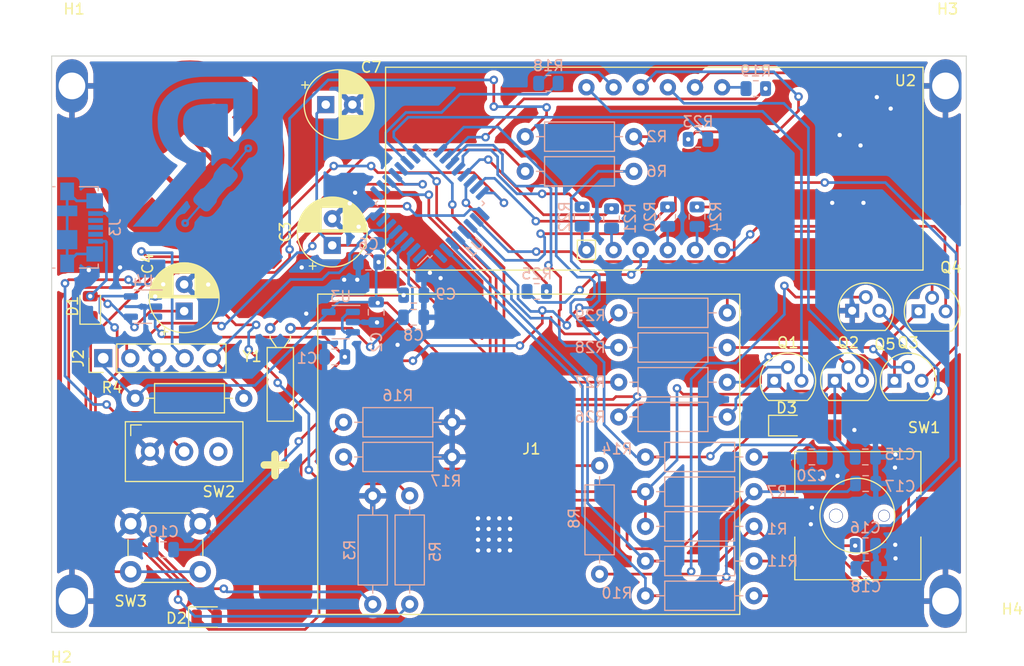
<source format=kicad_pcb>
(kicad_pcb (version 20211014) (generator pcbnew)
  (layers (0 "F.Cu" signal) (31 "B.Cu" signal) (34 "B.Paste" user) (35 "F.Paste" user) (36 "B.SilkS" user "B.Silkscreen") (37 "F.SilkS" user "F.Silkscreen") (38 "B.Mask" user) (39 "F.Mask" user) (44 "Edge.Cuts" user))
  (net 0 "")
  (net 1 "/INPUT")
  (net 2 "GND")
  (net 3 "+3V3")
  (net 4 "+5V")
  (net 5 "Net-(C8-Pad1)")
  (net 6 "Net-(C9-Pad1)")
  (net 7 "/ENC2")
  (net 8 "/ENC1")
  (net 9 "/MODE")
  (net 10 "/BUTTON2")
  (net 11 "/BUTTON1")
  (net 12 "Net-(D1-Pad1)")
  (net 13 "Net-(D2-Pad1)")
  (net 14 "/LED2")
  (net 15 "Net-(D3-Pad1)")
  (net 16 "/LED1")
  (net 17 "/SYS_SWDCLK")
  (net 18 "/SYS_SWDIO")
  (net 19 "/SYS_RST")
  (net 23 "unconnected-(J3-Pad6)")
  (net 24 "Net-(Q1-Pad2)")
  (net 25 "Net-(Q1-Pad3)")
  (net 26 "Net-(Q2-Pad2)")
  (net 27 "Net-(Q2-Pad3)")
  (net 28 "Net-(Q3-Pad2)")
  (net 29 "Net-(Q3-Pad3)")
  (net 30 "Net-(Q4-Pad2)")
  (net 31 "Net-(Q4-Pad3)")
  (net 32 "Net-(R2-Pad1)")
  (net 33 "Net-(R3-Pad1)")
  (net 34 "Net-(R5-Pad1)")
  (net 35 "Net-(R6-Pad1)")
  (net 36 "/ENCODER_ACTIVE")
  (net 37 "Net-(R10-Pad2)")
  (net 38 "Net-(R11-Pad2)")
  (net 39 "Net-(R14-Pad1)")
  (net 40 "/DISP_A")
  (net 41 "Net-(R18-Pad2)")
  (net 42 "/DISP_B")
  (net 43 "Net-(R19-Pad2)")
  (net 44 "/DISP_C")
  (net 45 "Net-(R20-Pad2)")
  (net 46 "/DISP_D")
  (net 47 "Net-(R21-Pad2)")
  (net 48 "/DISP_E")
  (net 49 "Net-(R22-Pad2)")
  (net 50 "/DISP_F")
  (net 51 "Net-(R23-Pad2)")
  (net 52 "/DISP_G")
  (net 53 "Net-(R24-Pad2)")
  (net 54 "/DISP_DP")
  (net 55 "Net-(R25-Pad2)")
  (net 56 "/DISP_0")
  (net 57 "/DISP_1")
  (net 58 "/DISP_2")
  (net 59 "/DISP_3")
  (net 67 "Net-(Q5-Pad3)")
  (net 68 "Net-(Q5-Pad2)")
  (footprint "Capacitor_THT:CP_Radial_D6.3mm_P2.50mm" (layer "F.Cu") (at 132.36 81.93238 90)
    (fp_text reference "C3")
    (fp_text value "10uF")
  )
  (footprint "Connector_PinHeader_2.54mm:PinHeader_1x05_P2.54mm_Vertical" (layer "F.Cu") (at 110.925 92.5 90)
    (fp_text reference "J2")
    (fp_text value "SWD")
  )
  (footprint "Package_TO_SOT_THT:TO-92" (layer "F.Cu") (at 187.23 88.11)
    (fp_text reference "Q4")
    (fp_text value "BC558")
  )
  (footprint "BartLib_Pad:WirePad 4mm^2 Rect" (layer "F.Cu") (at 108 67)
    (fp_text reference "H1")
    (fp_text value "MountingHole_Pad")
  )
  (footprint "BartLib_Battery:CELLEVIA 30x40mm" (layer "F.Cu") (at 151 101.5)
    (fp_text reference "J1")
    (fp_text value "Lipo L503040")
  )
  (footprint "BartLib_Encoder:EC11J12-15P30C-SW" (layer "F.Cu") (at 181.5 107.25)
    (fp_text reference "SW1")
    (fp_text value "EC11J12-15P30C-SW")
  )
  (footprint "AE_logo:AE_logo" (layer "F.Cu") (at 119 73.5)
    (fp_text reference "G***" hide)
    (fp_text value "LOGO" hide)
  )
  (footprint "LED_SMD:LED_0805_2012Metric" (layer "F.Cu") (at 120.6025 116.75)
    (fp_text reference "D2")
    (fp_text value "LED2")
  )
  (footprint "BartLib_Pad:WirePad 4mm^2 Rect" (layer "F.Cu") (at 189.75 67)
    (fp_text reference "H3")
    (fp_text value "MountingHole_Pad")
  )
  (footprint "Package_TO_SOT_THT:TO-92" (layer "F.Cu") (at 181.02 88.05)
    (fp_text reference "Q5")
    (fp_text value "2N7000")
  )
  (footprint "BartLib_Pad:WirePad 4mm^2 Rect" (layer "F.Cu") (at 108 115.25)
    (fp_text reference "H2")
    (fp_text value "MountingHole_Pad")
  )
  (footprint "Button_Switch_THT:SW_PUSH_6mm_H13mm" (layer "F.Cu") (at 113.5 108)
    (fp_text reference "SW3")
    (fp_text value "6x6 13")
  )
  (footprint "Package_TO_SOT_THT:TO-92" (layer "F.Cu") (at 179.390659 94.61)
    (fp_text reference "Q2")
    (fp_text value "BC558")
  )
  (footprint "Resistor_THT:R_Axial_DIN0207_L6.3mm_D2.5mm_P10.16mm_Horizontal" (layer "F.Cu") (at 113.92 96.25)
    (fp_text reference "R4")
    (fp_text value "10k")
  )
  (footprint "BartLib_Display:LED 14.2mm" (layer "F.Cu") (at 162.5 74.75)
    (fp_text reference "U2")
    (fp_text value "AF-02841BMR-B")
  )
  (footprint "Capacitor_THT:CP_Radial_D6.3mm_P2.50mm" (layer "F.Cu") (at 118.5 88.092379 90)
    (fp_text reference "C4")
    (fp_text value "10uF")
  )
  (footprint "BartLib_Switch:MFP 120" (layer "F.Cu") (at 118.5 101.25)
    (fp_text reference "SW2")
    (fp_text value "MFP 120")
  )
  (footprint "LED_SMD:LED_0805_2012Metric" (layer "F.Cu") (at 109.71 87.63 90)
    (fp_text reference "D1")
    (fp_text value "LED")
  )
  (footprint "BartLib_Crystal:Crystal_D2.00mm_L6.00mm" (layer "F.Cu") (at 126.45 89.7)
    (fp_text reference "Y1")
    (fp_text value "32k768")
  )
  (footprint "Package_TO_SOT_THT:TO-92" (layer "F.Cu") (at 184.98 94.61)
    (fp_text reference "Q3")
    (fp_text value "BC558")
  )
  (footprint "BartLib_Pad:WirePad 4mm^2 Rect" (layer "F.Cu") (at 189.75 115.25)
    (fp_text reference "H4")
    (fp_text value "MountingHole_Pad")
  )
  (footprint "Capacitor_THT:CP_Radial_D6.3mm_P2.50mm" (layer "F.Cu") (at 131.75 68.75)
    (fp_text reference "C7")
    (fp_text value "1u")
  )
  (footprint "LED_SMD:LED_0805_2012Metric" (layer "F.Cu") (at 174.8825 98.81)
    (fp_text reference "D3")
    (fp_text value "LED1")
  )
  (footprint "Package_TO_SOT_THT:TO-92" (layer "F.Cu") (at 173.73 94.61)
    (fp_text reference "Q1")
    (fp_text value "BC558")
  )
  (footprint "Resistor_THT:R_Axial_DIN0207_L6.3mm_D2.5mm_P10.16mm_Horizontal" (layer "B.Cu") (at 157.38 102.56 -90)
    (fp_text reference "R8")
    (fp_text value "1k")
  )
  (footprint "Resistor_THT:R_Axial_DIN0207_L6.3mm_D2.5mm_P10.16mm_Horizontal" (layer "B.Cu") (at 161.67 108.25)
    (fp_text reference "R1")
    (fp_text value "10k")
  )
  (footprint "Resistor_THT:R_Axial_DIN0207_L6.3mm_D2.5mm_P10.16mm_Horizontal" (layer "B.Cu") (at 159.17 88.25)
    (fp_text reference "R29")
    (fp_text value "1k")
  )
  (footprint "Capacitor_SMD:C_0805_2012Metric" (layer "B.Cu") (at 139.97 88.67)
    (fp_text reference "C8")
    (fp_text value "10p")
  )
  (footprint "AE_logo:RS_logo" (layer "B.Cu") (at 119.5 73.5 180)
    (fp_text reference "G***" hide)
    (fp_text value "LOGO" hide)
  )
  (footprint "Capacitor_SMD:C_0805_2012Metric" (layer "B.Cu") (at 136.47 88.2 -90)
    (fp_text reference "C2")
    (fp_text value "100n")
  )
  (footprint "Capacitor_SMD:C_0805_2012Metric" (layer "B.Cu") (at 177.25 101.75 180)
    (fp_text reference "C20")
    (fp_text value "100n")
  )
  (footprint "Capacitor_SMD:C_0805_2012Metric" (layer "B.Cu") (at 132.59 92.38 180)
    (fp_text reference "C1")
    (fp_text value "100n")
  )
  (footprint "Capacitor_SMD:C_0805_2012Metric" (layer "B.Cu") (at 116.56 110.43 180)
    (fp_text reference "C19")
    (fp_text value "100n")
  )
  (footprint "Resistor_THT:R_Axial_DIN0207_L6.3mm_D2.5mm_P10.16mm_Horizontal" (layer "B.Cu") (at 161.67 111.5)
    (fp_text reference "R11")
    (fp_text value "220")
  )
  (footprint "Resistor_SMD:R_0805_2012Metric" (layer "B.Cu") (at 152.5875 66.75 180)
    (fp_text reference "R18")
    (fp_text value "470R")
  )
  (footprint "Package_TO_SOT_SMD:SOT-23-5" (layer "B.Cu") (at 133.15 89.12 180)
    (fp_text reference "U3")
    (fp_text value "TC1185-3.3")
  )
  (footprint "Resistor_SMD:R_0805_2012Metric" (layer "B.Cu") (at 172 67.25 180)
    (fp_text reference "R19")
    (fp_text value "470R")
  )
  (footprint "Resistor_SMD:R_0805_2012Metric" (layer "B.Cu") (at 166.5 79.25 -90)
    (fp_text reference "R24")
    (fp_text value "470R")
  )
  (footprint "Resistor_THT:R_Axial_DIN0207_L6.3mm_D2.5mm_P10.16mm_Horizontal" (layer "B.Cu") (at 159.17 98)
    (fp_text reference "R26")
    (fp_text value "1k")
  )
  (footprint "Resistor_THT:R_Axial_DIN0207_L6.3mm_D2.5mm_P10.16mm_Horizontal" (layer "B.Cu") (at 133.42 98.5)
    (fp_text reference "R16")
    (fp_text value "1k")
  )
  (footprint "Resistor_THT:R_Axial_DIN0207_L6.3mm_D2.5mm_P10.16mm_Horizontal" (layer "B.Cu") (at 139.61 105.38 -90)
    (fp_text reference "R5")
    (fp_text value "470R")
  )
  (footprint "Capacitor_SMD:C_0805_2012Metric" (layer "B.Cu") (at 139.99 86.6)
    (fp_text reference "C9")
    (fp_text value "10p")
  )
  (footprint "Package_QFP:LQFP-32_7x7mm_P0.8mm" (layer "B.Cu") (at 141.5 78 45)
    (fp_text reference "U1")
    (fp_text value "STM32G071KxT")
  )
  (footprint "Resistor_SMD:R_0805_2012Metric" (layer "B.Cu") (at 166.5875 72 180)
    (fp_text reference "R23")
    (fp_text value "470R")
  )
  (footprint "Capacitor_SMD:C_0805_2012Metric" (layer "B.Cu") (at 182.25 110.06 180)
    (fp_text reference "C16")
    (fp_text value "100n")
  )
  (footprint "Resistor_THT:R_Axial_DIN0207_L6.3mm_D2.5mm_P10.16mm_Horizontal" (layer "B.Cu") (at 150.42 71.75)
    (fp_text reference "R2")
    (fp_text value "220R")
  )
  (footprint "Capacitor_SMD:C_0805_2012Metric" (layer "B.Cu") (at 182.25 101.75)
    (fp_text reference "C15")
    (fp_text value "100n")
  )
  (footprint "Resistor_THT:R_Axial_DIN0207_L6.3mm_D2.5mm_P10.16mm_Horizontal" (layer "B.Cu") (at 133.42 101.75)
    (fp_text reference "R17")
    (fp_text value "1k")
  )
  (footprint "Resistor_SMD:R_0805_2012Metric" (layer "B.Cu") (at 163.75 79.25 -90)
    (fp_text reference "R20")
    (fp_text value "470R")
  )
  (footprint "Resistor_SMD:R_0805_2012Metric" (layer "B.Cu") (at 155.75 79.25 -90)
    (fp_text reference "R22")
    (fp_text value "470R")
  )
  (footprint "Resistor_THT:R_Axial_DIN0207_L6.3mm_D2.5mm_P10.16mm_Horizontal" (layer "B.Cu") (at 150.42 75)
    (fp_text reference "R6")
    (fp_text value "220R")
  )
  (footprint "Connector_USB:USB_Micro-B_Molex_47346-0001" (layer "B.Cu") (at 108.75 80.25 90)
    (fp_text reference "J3")
    (fp_text value "USB_B_Micro")
  )
  (footprint "Capacitor_SMD:C_0805_2012Metric" (layer "B.Cu") (at 135.75 83.5 180)
    (fp_text reference "C6")
    (fp_text value "100n")
  )
  (footprint "Resistor_THT:R_Axial_DIN0207_L6.3mm_D2.5mm_P10.16mm_Horizontal" (layer "B.Cu") (at 161.67 114.75)
    (fp_text reference "R10")
    (fp_text value "220")
  )
  (footprint "Capacitor_SMD:C_0805_2012Metric" (layer "B.Cu") (at 182.31 112.22)
    (fp_text reference "C18")
    (fp_text value "100n")
  )
  (footprint "Resistor_THT:R_Axial_DIN0207_L6.3mm_D2.5mm_P10.16mm_Horizontal" (layer "B.Cu") (at 159.17 94.75)
    (fp_text reference "R27")
    (fp_text value "1k")
  )
  (footprint "Resistor_THT:R_Axial_DIN0207_L6.3mm_D2.5mm_P10.16mm_Horizontal" (layer "B.Cu") (at 161.67 105)
    (fp_text reference "R7")
    (fp_text value "10k")
  )
  (footprint "Resistor_THT:R_Axial_DIN0207_L6.3mm_D2.5mm_P10.16mm_Horizontal" (layer "B.Cu") (at 171.83 101.75 180)
    (fp_text reference "R14")
    (fp_text value "220R")
  )
  (footprint "Resistor_SMD:R_0805_2012Metric" (layer "B.Cu") (at 158.5 79.4125 -90)
    (fp_text reference "R21")
    (fp_text value "470R")
  )
  (footprint "Resistor_THT:R_Axial_DIN0207_L6.3mm_D2.5mm_P10.16mm_Horizontal" (layer "B.Cu") (at 136.15 115.55 90)
    (fp_text reference "R3")
    (fp_text value "prog")
  )
  (footprint "Package_TO_SOT_SMD:SOT-23-5" (layer "B.Cu") (at 114.65 87.67 180)
    (fp_text reference "U4")
    (fp_text value "MCP73831-2-OT")
  )
  (footprint "Capacitor_SMD:C_0805_2012Metric" (layer "B.Cu") (at 182.28 104.24)
    (fp_text reference "C17")
    (fp_text value "100n")
  )
  (footprint "Resistor_SMD:R_0805_2012Metric" (layer "B.Cu") (at 151.5 86.25 180)
    (fp_text reference "R25")
    (fp_text value "470R")
  )
  (footprint "Resistor_THT:R_Axial_DIN0207_L6.3mm_D2.5mm_P10.16mm_Horizontal" (layer "B.Cu") (at 159.17 91.5)
    (fp_text reference "R28")
    (fp_text value "1k")
  )
  (gr_line (start 106.1 118.18) (end 191.7 118.18) (layer "Edge.Cuts") (width 0.1))
  (gr_line (start 106.1 64.2) (end 106.1 118.18) (layer "Edge.Cuts") (width 0.1))
  (gr_line (start 191.7 64.2) (end 191.7 118.18) (layer "Edge.Cuts") (width 0.1))
  (gr_line (start 106.1 64.2) (end 191.7 64.2) (layer "Edge.Cuts") (width 0.1))
  (segment (start 128 107.5) (end 128 97.92) (width 0.25) (layer "F.Cu") (net 1))
  (segment (start 131.685 90.525) (end 133.54 92.38) (width 0.25) (layer "F.Cu") (net 1))
  (segment (start 116.695 90.525) (end 131.685 90.525) (width 0.25) (layer "F.Cu") (net 1))
  (segment (start 128 97.92) (end 133.54 92.38) (width 0.25) (layer "F.Cu") (net 1))
  (segment (start 116.39 90.22) (end 116.695 90.525) (width 0.25) (layer "F.Cu") (net 1))
  (via (at 116.39 90.22) (size 0.8) (drill 0.4) (layers "F.Cu" "B.Cu") (net 1))
  (via (at 133.54 92.38) (size 0.8) (drill 0.4) (layers "F.Cu" "B.Cu") (net 1))
  (segment (start 133.3 88.773249) (end 133.3 89.85) (width 0.25) (layer "B.Cu") (net 1))
  (segment (start 133.54 90.8175) (end 134.2875 90.07) (width 0.25) (layer "B.Cu") (net 1))
  (segment (start 134.2875 88.17) (end 133.903249 88.17) (width 0.25) (layer "B.Cu") (net 1))
  (segment (start 133.52 90.07) (end 134.2875 90.07) (width 0.25) (layer "B.Cu") (net 1))
  (segment (start 133.3 89.85) (end 133.52 90.07) (width 0.25) (layer "B.Cu") (net 1))
  (segment (start 115.7875 88.62) (end 115.7875 89.6175) (width 0.25) (layer "B.Cu") (net 1))
  (segment (start 133.54 92.38) (end 133.54 90.8175) (width 0.25) (layer "B.Cu") (net 1))
  (segment (start 133.903249 88.17) (end 133.3 88.773249) (width 0.25) (layer "B.Cu") (net 1))
  (segment (start 115.7875 89.6175) (end 116.39 90.22) (width 0.25) (layer "B.Cu") (net 1))
  (segment (start 181.8 72.575) (end 181.8 77.675) (width 0.25) (layer "F.Cu") (net 2))
  (segment (start 109.825 84) (end 109.575 84.25) (width 0.25) (layer "F.Cu") (net 2))
  (segment (start 112.5 84) (end 109.825 84) (width 0.25) (layer "F.Cu") (net 2))
  (segment (start 181.8 77.675) (end 182.075 77.95) (width 0.25) (layer "F.Cu") (net 2))
  (via (at 148 107.5) (size 0.8) (drill 0.4) (layers "F.Cu" "B.Cu") (net 2))
  (via (at 134 78) (size 0.8) (drill 0.4) (layers "F.Cu" "B.Cu") (net 2))
  (via (at 148 108.5) (size 0.8) (drill 0.4) (layers "F.Cu" "B.Cu") (net 2))
  (via (at 182.075 77.95) (size 0.8) (drill 0.4) (layers "F.Cu" "B.Cu") (net 2))
  (via (at 129.5 84) (size 0.8) (drill 0.4) (layers "F.Cu" "B.Cu") (net 2))
  (via (at 181.8 72.575) (size 0.8) (drill 0.4) (layers "F.Cu" "B.Cu") (net 2))
  (via (at 112.5 84) (size 0.8) (drill 0.4) (layers "F.Cu" "B.Cu") (net 2))
  (via (at 179.85 71.6) (size 0.8) (drill 0.4) (layers "F.Cu" "B.Cu") (net 2))
  (via (at 185.05 109.975) (size 0.8) (drill 0.4) (layers "F.Cu" "B.Cu") (net 2))
  (via (at 142.5 85) (size 0.8) (drill 0.4) (layers "F.Cu" "B.Cu") (net 2))
  (via (at 185.075 111.25) (size 0.8) (drill 0.4) (layers "F.Cu" "B.Cu") (net 2))
  (via (at 147 109.5) (size 0.8) (drill 0.4) (layers "F.Cu" "B.Cu") (net 2))
  (via (at 134.7 85.15) (size 0.8) (drill 0.4) (layers "F.Cu" "B.Cu") (net 2))
  (via (at 184.625 69.125) (size 0.8) (drill 0.4) (layers "F.Cu" "B.Cu") (net 2))
  (via (at 138.475 91.25) (size 0.8) (drill 0.4) (layers "F.Cu" "B.Cu") (net 2))
  (via (at 148 109.5) (size 0.8) (drill 0.4) (layers "F.Cu" "B.Cu") (net 2))
  (via (at 134.5 77) (size 0.8) (drill 0.4) (layers "F.Cu" "B.Cu") (net 2))
  (via (at 146 109.5) (size 0.8) (drill 0.4) (layers "F.Cu" "B.Cu") (net 2))
  (via (at 133.475 85.15) (size 0.8) (drill 0.4) (layers "F.Cu" "B.Cu") (net 2))
  (via (at 185.075 101.525) (size 0.8) (drill 0.4) (layers "F.Cu" "B.Cu") (net 2))
  (via (at 178.275 103.7) (size 0.8) (drill 0.4) (layers "F.Cu" "B.Cu") (net 2))
  (via (at 149 107.5) (size 0.8) (drill 0.4) (layers "F.Cu" "B.Cu") (net 2))
  (via (at 179.65 103.525) (size 0.8) (drill 0.4) (layers "F.Cu" "B.Cu") (net 2))
  (via (at 147 107.5) (size 0.8) (drill 0.4) (layers "F.Cu" "B.Cu") (net 2))
  (via (at 147 108.5) (size 0.8) (drill 0.4) (layers "F.Cu" "B.Cu") (net 2))
  (via (at 146 108.5) (size 0.8) (drill 0.4) (layers "F.Cu" "B.Cu") (net 2))
  (via (at 109.575 84.25) (size 0.8) (drill 0.4) (layers "F.Cu" "B.Cu") (net 2))
  (via (at 183.325 68.05) (size 0.8) (drill 0.4) (layers "F.Cu" "B.Cu") (net 2))
  (via (at 148 110.5) (size 0.8) (drill 0.4) (layers "F.Cu" "B.Cu") (net 2))
  (via (at 185.025 102.75) (size 0.8) (drill 0.4) (layers "F.Cu" "B.Cu") (net 2))
  (via (at 177.25 106.5) (size 0.8) (drill 0.4) (layers "F.Cu" "B.Cu") (net 2))
  (via (at 149 108.5) (size 0.8) (drill 0.4) (layers "F.Cu" "B.Cu") (net 2))
  (via (at 149 109.5) (size 0.8) (drill 0.4) (layers "F.Cu" "B.Cu") (net 2))
  (via (at 146 110.5) (size 0.8) (drill 0.4) (layers "F.Cu" "B.Cu") (net 2))
  (via (at 181.225 99.225) (size 0.8) (drill 0.4) (layers "F.Cu" "B.Cu") (net 2))
  (via (at 147 110.5) (size 0.8) (drill 0.4) (layers "F.Cu" "B.Cu") (net 2))
  (via (at 146 107.5) (size 0.8) (drill 0.4) (layers "F.Cu" "B.Cu") (net 2))
  (via (at 141.5 84.5) (size 0.8) (drill 0.4) (layers "F.Cu" "B.Cu") (net 2))
  (via (at 179.15 77.95) (size 0.8) (drill 0.4) (layers "F.Cu" "B.Cu") (net 2))
  (via (at 129.925 88.325) (size 0.8) (drill 0.4) (layers "F.Cu" "B.Cu") (net 2))
  (via (at 177.15 108.05) (size 0.8) (drill 0.4) (layers "F.Cu" "B.Cu") (net 2))
  (via (at 120.75 85.6) (size 0.8) (drill 0.4) (layers "F.Cu" "B.Cu") (net 2))
  (via (at 136.55 89.15) (size 0.8) (drill 0.4) (layers "F.Cu" "B.Cu") (net 2))
  (via (at 149 110.5) (size 0.8) (drill 0.4) (layers "F.Cu" "B.Cu") (net 2))
  (segment (start 114.8 91.295) (end 116.005 92.5) (width 0.25) (layer "B.Cu") (net 2))
  (segment (start 114.8 87.973249) (end 114.8 91.295) (width 0.25) (layer "B.Cu") (net 2))
  (segment (start 184.625 69.125) (end 181.8 71.95) (width 0.25) (layer "B.Cu") (net 2))
  (segment (start 138.264986 80.695014) (end 136.75 82.21) (width 0.25) (layer "B.Cu") (net 2))
  (segment (start 115.103249 87.67) (end 114.8 87.973249) (width 0.25) (layer "B.Cu") (net 2))
  (segment (start 110.21 78.95) (end 111.15 78.95) (width 0.25) (layer "B.Cu") (net 2))
  (segment (start 111.15 78.95) (end 112.5 80.3) (width 0.25) (layer "B.Cu") (net 2))
  (segment (start 134.92 83.5) (end 136.21 82.21) (width 0.25) (layer "B.Cu") (net 2))
  (segment (start 136.75 82.21) (end 136.21 82.21) (width 0.25) (layer "B.Cu") (net 2))
  (segment (start 183.325 68.125) (end 179.85 71.6) (width 0.25) (layer "B.Cu") (net 2))
  (segment (start 134.8 83.5) (end 134.92 83.5) (width 0.25) (layer "B.Cu") (net 2))
  (segment (start 112.5 80.3) (end 112.5 84) (width 0.25) (layer "B.Cu") (net 2))
  (segment (start 181.8 71.95) (end 181.8 72.575) (width 0.25) (layer "B.Cu") (net 2))
  (segment (start 183.325 68.05) (end 183.325 68.125) (width 0.25) (layer "B.Cu") (net 2))
  (segment (start 115.7875 87.67) (end 115.103249 87.67) (width 0.25) (layer "B.Cu") (net 2))
  (segment (start 138.264986 80.669328) (end 138.264986 80.695014) (width 0.25) (layer "B.Cu") (net 2))
  (segment (start 187.23 88.11) (end 184.98 90.36) (width 0.25) (layer "F.Cu") (net 3))
  (segment (start 178.415659 95.585) (end 179.390659 94.61) (width 0.25) (layer "F.Cu") (net 3))
  (segment (start 172.465 95.875) (end 173.73 94.61) (width 0.25) (layer "F.Cu") (net 3))
  (segment (start 155.19 105) (end 161.67 105) (width 0.25) (layer "F.Cu") (net 3))
  (segment (start 180.855659 96.075) (end 183.515 96.075) (width 0.25) (layer "F.Cu") (net 3))
  (segment (start 174.705 95.585) (end 178.415659 95.585) (width 0.25) (layer "F.Cu") (net 3))
  (segment (start 137.5145 87.3245) (end 155.19 105) (width 0.25) (layer "F.Cu") (net 3))
  (segment (start 184.98 90.36) (end 184.98 94.61) (width 0.25) (layer "F.Cu") (net 3))
  (segment (start 161.67 105) (end 161.67 108.25) (width 0.25) (layer "F.Cu") (net 3))
  (segment (start 132.36 81.93238) (end 135.13238 81.93238) (width 0.25) (layer "F.Cu") (net 3))
  (segment (start 164.625 95.325) (end 165.175 95.875) (width 0.25) (layer "F.Cu") (net 3))
  (segment (start 165.175 95.875) (end 172.465 95.875) (width 0.25) (layer "F.Cu") (net 3))
  (segment (start 183.515 96.075) (end 184.98 94.61) (width 0.25) (layer "F.Cu") (net 3))
  (segment (start 173.73 94.61) (end 174.705 95.585) (width 0.25) (layer "F.Cu") (net 3))
  (segment (start 136.62 87.3245) (end 137.5145 87.3245) (width 0.25) (layer "F.Cu") (net 3))
  (segment (start 179.390659 94.61) (end 180.855659 96.075) (width 0.25) (layer "F.Cu") (net 3))
  (segment (start 135.13238 81.93238) (end 136.7 83.5) (width 0.25) (layer "F.Cu") (net 3))
  (via (at 136.62 87.3245) (size 0.8) (drill 0.4) (layers "F.Cu" "B.Cu") (net 3))
  (via (at 164.625 95.325) (size 0.8) (drill 0.4) (layers "F.Cu" "B.Cu") (net 3))
  (via (at 136.7 83.5) (size 0.8) (drill 0.4) (layers "F.Cu" "B.Cu") (net 3))
  (segment (start 136.47 85.53) (end 136.47 83.73) (width 0.25) (layer "B.Cu") (net 3))
  (segment (start 136.5455 87.25) (end 136.62 87.3245) (width 0.25) (layer "B.Cu") (net 3))
  (segment (start 136.47 87.25) (end 136.5455 87.25) (width 0.25) (layer "B.Cu") (net 3))
  (segment (start 132.0125 88.17) (end 125.130551 95.051949) (width 0.25) (layer "B.Cu") (net 3))
  (segment (start 179.390659 99.840659) (end 181.3 101.75) (width 0.25) (layer "B.Cu") (net 3))
  (segment (start 130.906399 69.593601) (end 131.75 68.75) (width 0.25) (layer "B.Cu") (net 3))
  (segment (start 138.830672 81.369328) (end 136.7 83.5) (width 0.25) (layer "B.Cu") (net 3))
  (segment (start 125.130551 95.051949) (end 115.118051 95.051949) (width 0.25) (layer "B.Cu") (net 3))
  (segment (start 115.118051 95.051949) (end 113.92 96.25) (width 0.25) (layer "B.Cu") (net 3))
  (segment (start 179.390659 94.61) (end 179.390659 99.840659) (width 0.25) (layer "B.Cu") (net 3))
  (segment (start 130.906399 80.478779) (end 130.906399 69.593601) (width 0.25) (layer "B.Cu") (net 3))
  (segment (start 164.15 102.52) (end 164.625 102.045) (width 0.25) (layer "B.Cu") (net 3))
  (segment (start 161.67 105) (end 164.15 102.52) (width 0.25) (layer "B.Cu") (net 3))
  (segment (start 132.36 81.93238) (end 130.906399 80.478779) (width 0.25) (layer "B.Cu") (net 3))
  (segment (start 132.9325 87.25) (end 136.47 87.25) (width 0.25) (layer "B.Cu") (net 3))
  (segment (start 113.92 96.25) (end 110.925 93.255) (width 0.25) (layer "B.Cu") (net 3))
  (segment (start 138.830672 81.235014) (end 138.830672 81.369328) (width 0.25) (layer "B.Cu") (net 3))
  (segment (start 132.0125 88.17) (end 132.9325 87.25) (width 0.25) (layer "B.Cu") (net 3))
  (segment (start 136.47 83.73) (end 136.7 83.5) (width 0.25) (layer "B.Cu") (net 3))
  (segment (start 136.47 87.25) (end 136.47 85.53) (width 0.25) (layer "B.Cu") (net 3))
  (segment (start 110.925 93.255) (end 110.925 92.5) (width 0.25) (layer "B.Cu") (net 3))
  (segment (start 164.625 102.045) (end 164.625 95.325) (width 0.25) (layer "B.Cu") (net 3))
  (segment (start 109.71 86.6925) (end 110.6225 86.6925) (width 0.25) (layer "F.Cu") (net 4))
  (segment (start 113.85 89.59) (end 115.347621 88.092379) (width 0.25) (layer "F.Cu") (net 4))
  (segment (start 110.6225 86.6925) (end 111.34 87.41) (width 0.25) (layer "F.Cu") (net 4))
  (segment (start 115.347621 88.092379) (end 118.5 88.092379) (width 0.25) (layer "F.Cu") (net 4))
  (via (at 113.85 89.59) (size 0.8) (drill 0.4) (layers "F.Cu" "B.Cu") (net 4))
  (via (at 109.71 86.6925) (size 0.8) (drill 0.4) (layers "F.Cu" "B.Cu") (net 4))
  (via (at 111.34 87.41) (size 0.8) (drill 0.4) (layers "F.Cu" "B.Cu") (net 4))
  (segment (start 111.67 87.41) (end 113.85 89.59) (width 0.25) (layer "B.Cu") (net 4))
  (segment (start 111.34 87.41) (end 111.67 87.41) (width 0.25) (layer "B.Cu") (net 4))
  (segment (start 111.225 81.625) (end 111.225 85.1775) (width 0.25) (layer "B.Cu") (net 4))
  (segment (start 111.15 81.55) (end 111.225 81.625) (width 0.25) (layer "B.Cu") (net 4))
  (segment (start 113.5125 88.62) (end 113.5125 89.2525) (width 0.25) (layer "B.Cu") (net 4))
  (segment (start 113.5125 89.2525) (end 113.85 89.59) (width 0.25) (layer "B.Cu") (net 4))
  (segment (start 111.225 85.1775) (end 109.71 86.6925) (width 0.25) (layer "B.Cu") (net 4))
  (segment (start 110.21 81.55) (end 111.15 81.55) (width 0.25) (layer "B.Cu") (net 4))
  (segment (start 135.91 91.44) (end 134.17 89.7) (width 0.25) (layer "F.Cu") (net 5))
  (segment (start 134.17 89.7) (end 128.45 89.7) (width 0.25) (layer "F.Cu") (net 5))
  (via (at 135.91 91.44) (size 0.8) (drill 0.4) (layers "F.Cu" "B.Cu") (net 5))
  (segment (start 138.68 88.67) (end 135.91 91.44) (width 0.25) (layer "B.Cu") (net 5))
  (segment (start 139.51 82.818427) (end 139.51 85.531827) (width 0.25) (layer "B.Cu") (net 5))
  (segment (start 139.02 88.67) (end 138.68 88.67) (width 0.25) (layer "B.Cu") (net 5))
  (segment (start 139.51 85.531827) (end 139.865 85.886827) (width 0.25) (layer "B.Cu") (net 5))
  (segment (start 139.962043 82.366384) (end 139.51 82.818427) (width 0.25) (layer "B.Cu") (net 5))
  (segment (start 139.865 87.825) (end 139.02 88.67) (width 0.25) (layer "B.Cu") (net 5))
  (segment (start 139.865 85.886827) (end 139.865 87.825) (width 0.25) (layer "B.Cu") (net 5))
  (segment (start 126.55 89.7) (end 129.65 86.6) (width 0.25) (layer "F.Cu") (net 6))
  (segment (start 129.65 86.6) (end 139.04 86.6) (width 0.25) (layer "F.Cu") (net 6))
  (via (at 139.04 86.6) (size 0.8) (drill 0.4) (layers "F.Cu" "B.Cu") (net 6))
  (segment (start 139.04 86.6) (end 138.52 86.08) (width 0.25) (layer "B.Cu") (net 6))
  (segment (start 138.52 86.08) (end 138.52 82.677056) (width 0.25) (layer "B.Cu") (net 6))
  (segment (start 138.52 82.677056) (end 139.396357 81.800699) (width 0.25) (layer "B.Cu") (net 6))
  (segment (start 173.64 110.06) (end 181.3 110.06) (width 0.25) (layer "F.Cu") (net 7))
  (segment (start 161.67 111.5) (end 168.58 111.5) (width 0.25) (layer "F.Cu") (net 7))
  (segment (start 168.58 111.5) (end 171.83 108.25) (width 0.25) (layer "F.Cu") (net 7))
  (segment (start 171.83 108.25) (end 173.64 110.06) (width 0.25) (layer "F.Cu") (net 7))
  (via (at 181.3 110.06) (size 0.8) (drill 0.4) (layers "F.Cu" "B.Cu") (net 7))
  (segment (start 143.603643 81.800699) (end 143.603643 82.064608) (width 0.25) (layer "B.Cu") (net 7))
  (segment (start 156.255 106.085) (end 161.67 111.5) (width 0.25) (layer "B.Cu") (net 7))
  (segment (start 143.603643 82.064608) (end 156.255 94.715966) (width 0.25) (layer "B.Cu") (net 7))
  (segment (start 156.255 94.715966) (end 156.255 106.085) (width 0.25) (layer "B.Cu") (net 7))
  (segment (start 167.475 114.75) (end 169.25 112.975) (width 0.25) (layer "F.Cu") (net 8))
  (segment (start 161.67 114.75) (end 167.475 114.75) (width 0.25) (layer "F.Cu") (net 8))
  (via (at 169.25 112.975) (size 0.8) (drill 0.4) (layers "F.Cu" "B.Cu") (net 8))
  (segment (start 169.25 112.975) (end 169.25 107.58) (width 0.25) (layer "B.Cu") (net 8))
  (segment (start 161.67 113.1) (end 161.67 114.75) (width 0.25) (layer "B.Cu") (net 8))
  (segment (start 169.25 107.58) (end 171.83 105) (width 0.25) (layer "B.Cu") (net 8))
  (segment (start 155.77 95.098427) (end 155.77 107.2) (width 0.25) (layer "B.Cu") (net 8))
  (segment (start 143.037957 82.366384) (end 155.77 95.098427) (width 0.25) (layer "B.Cu") (net 8))
  (segment (start 155.77 107.2) (end 161.67 113.1) (width 0.25) (layer "B.Cu") (net 8))
  (segment (start 180.57 105) (end 181.33 104.24) (width 0.25) (layer "B.Cu") (net 8))
  (segment (start 171.83 105) (end 180.57 105) (width 0.25) (layer "B.Cu") (net 8))
  (segment (start 164.475 72.985) (end 164.475 78.637805) (width 0.25) (layer "F.Cu") (net 9))
  (segment (start 164.475 78.637805) (end 162.272805 80.84) (width 0.25) (layer "F.Cu") (net 9))
  (segment (start 162.272805 80.84) (end 151.86 80.84) (width 0.25) (layer "F.Cu") (net 9))
  (segment (start 163.24 71.75) (end 164.475 72.985) (width 0.25) (layer "F.Cu") (net 9))
  (segment (start 178.45 76.05) (end 164.88 76.05) (width 0.25) (layer "F.Cu") (net 9))
  (segment (start 160.58 71.75) (end 163.24 71.75) (width 0.25) (layer "F.Cu") (net 9))
  (segment (start 164.88 76.05) (end 160.58 71.75) (width 0.25) (layer "F.Cu") (net 9))
  (via (at 178.45 76.05) (size 0.8) (drill 0.4) (layers "F.Cu" "B.Cu") (net 9))
  (via (at 151.86 80.84) (size 0.8) (drill 0.4) (layers "F.Cu" "B.Cu") (net 9))
  (segment (start 183.271828 108.175) (end 184.625 108.175) (width 0.25) (layer "B.Cu") (net 9))
  (segment (start 190.745 82.67) (end 184.125 76.05) (width 0.25) (layer "B.Cu") (net 9))
  (segment (start 184.125 76.05) (end 178.45 76.05) (width 0.25) (layer "B.Cu") (net 9))
  (segment (start 151.9 80.84) (end 151.86 80.84) (width 0.25) (layer "B.Cu") (net 9))
  (segment (start 190.745 102.055) (end 190.745 82.67) (width 0.25) (layer "B.Cu") (net 9))
  (segment (start 151.662957 83.332348) (end 152.24 82.755305) (width 0.25) (layer "B.Cu") (net 9))
  (segment (start 182.125 109.321828) (end 183.271828 108.175) (width 0.25) (layer "B.Cu") (net 9))
  (segment (start 148.529404 83.332348) (end 151.662957 83.332348) (width 0.25) (layer "B.Cu") (net 9))
  (segment (start 145.300699 80.103643) (end 148.529404 83.332348) (width 0.25) (layer "B.Cu") (net 9))
  (segment (start 182.125 111.455) (end 182.125 109.321828) (width 0.25) (layer "B.Cu") (net 9))
  (segment (start 152.24 81.18) (end 151.9 80.84) (width 0.25) (layer "B.Cu") (net 9))
  (segment (start 152.24 82.755305) (end 152.24 81.18) (width 0.25) (layer "B.Cu") (net 9))
  (segment (start 181.36 112.22) (end 182.125 111.455) (width 0.25) (layer "B.Cu") (net 9))
  (segment (start 184.625 108.175) (end 189.85 102.95) (width 0.25) (layer "B.Cu") (net 9))
  (segment (start 189.85 102.95) (end 190.745 102.055) (width 0.25) (layer "B.Cu") (net 9))
  (segment (start 154.32 88.93) (end 155.48 87.77) (width 0.25) (layer "F.Cu") (net 10))
  (segment (start 149.92 91.32) (end 152.02 89.22) (width 0.25) (layer "F.Cu") (net 10))
  (segment (start 152.02 89.22) (end 152.02 88.0255) (width 0.25) (layer "F.Cu") (net 10))
  (segment (start 129.22 100.29) (end 136.77 92.74) (width 0.25) (layer "F.Cu") (net 10))
  (segment (start 154.32 89.42) (end 154.32 88.93) (width 0.25) (layer "F.Cu") (net 10))
  (segment (start 136.77 92.74) (end 139.91 92.74) (width 0.25) (layer "F.Cu") (net 10))
  (via (at 155.48 87.77) (size 0.8) (drill 0.4) (layers "F.Cu" "B.Cu") (net 10))
  (via (at 149.92 91.32) (size 0.8) (drill 0.4) (layers "F.Cu" "B.Cu") (net 10))
  (via (at 129.22 100.29) (size 0.8) (drill 0.4) (layers "F.Cu" "B.Cu") (net 10))
  (via (at 154.32 89.42) (size 0.8) (drill 0.4) (layers "F.Cu" "B.Cu") (net 10))
  (via (at 139.91 92.74) (size 0.8) (drill 0.4) (layers "F.Cu" "B.Cu") (net 10))
  (via (at 152.02 88.0255) (size 0.8) (drill 0.4) (layers "F.Cu" "B.Cu") (net 10))
  (segment (start 160.58 75) (end 157.24 75) (width 0.25) (layer "B.Cu") (net 10))
  (segment (start 149.75 85.684314) (end 149.75 86.938173) (width 0.25) (layer "B.Cu") (net 10))
  (segment (start 153.02 88.12) (end 154.32 89.42) (width 0.25) (layer "B.Cu") (net 10))
  (segment (start 139.91 92.74) (end 141.33 91.32) (width 0.25) (layer "B.Cu") (net 10))
  (segment (start 141.33 91.32) (end 149.92 91.32) (width 0.25) (layer "B.Cu") (net 10))
  (segment (start 150.931827 88.12) (end 153.02 88.12) (width 0.25) (layer "B.Cu") (net 10))
  (segment (start 157.35 84.78) (end 157.35 87.07) (width 0.25) (layer "B.Cu") (net 10))
  (segment (start 149.75 86.938173) (end 150.931827 88.12) (width 0.25) (layer "B.Cu") (net 10))
  (segment (start 154.725 83.405) (end 155.62 84.3) (width 0.25) (layer "B.Cu") (net 10))
  (segment (start 119.443833 110.43) (end 129.22 100.653833) (width 0.25) (layer "B.Cu") (net 10))
  (segment (start 157.24 75) (end 154.725 77.515) (width 0.25) (layer "B.Cu") (net 10))
  (segment (start 156.65 87.77) (end 155.48 87.77) (width 0.25) (layer "B.Cu") (net 10))
  (segment (start 157.35 87.07) (end 156.65 87.77) (width 0.25) (layer "B.Cu") (net 10))
  (segment (start 155.62 84.3) (end 156.87 84.3) (width 0.25) (layer "B.Cu") (net 10))
  (segment (start 156.87 84.3) (end 157.35 84.78) (width 0.25) (layer "B.Cu") (net 10))
  (segment (start 144.735014 80.669328) (end 149.75 85.684314) (width 0.25) (layer "B.Cu") (net 10))
  (segment (start 129.22 100.653833) (end 129.22 100.29) (width 0.25) (layer "B.Cu") (net 10))
  (segment (start 154.725 77.515) (end 154.725 83.405) (width 0.25) (layer "B.Cu") (net 10))
  (segment (start 117.51 110.43) (end 119.443833 110.43) (width 0.25) (layer "B.Cu") (net 10))
  (segment (start 167.75 101.675) (end 167.675 101.75) (width 0.25) (layer "F.Cu") (net 11))
  (segment (start 167.675 101.75) (end 161.67 101.75) (width 0.25) (layer "F.Cu") (net 11))
  (via (at 167.75 101.675) (size 0.8) (drill 0.4) (layers "F.Cu" "B.Cu") (net 11))
  (segment (start 149.13 86.954569) (end 150.925431 88.75) (width 0.25) (layer "B.Cu") (net 11))
  (segment (start 160.82 101.75) (end 161.67 101.75) (width 0.25) (layer "B.Cu") (net 11))
  (segment (start 178.2 101.75) (end 177.075 100.625) (width 0.25) (layer "B.Cu") (net 11))
  (segment (start 168.8 100.625) (end 167.75 101.675) (width 0.25) (layer "B.Cu") (net 11))
  (segment (start 154.24 91.34) (end 156.24 91.34) (width 0.25) (layer "B.Cu") (net 11))
  (segment (start 150.925431 88.75) (end 152.73 88.75) (width 0.25) (layer "B.Cu") (net 11))
  (segment (start 152.73 88.75) (end 153.62 89.64) (width 0.25) (layer "B.Cu") (net 11))
  (segment (start 157.8 92.9) (end 157.8 98.73) (width 0.25) (layer "B.Cu") (net 11))
  (segment (start 157.8 98.73) (end 160.82 101.75) (width 0.25) (layer "B.Cu") (net 11))
  (segment (start 144.169328 81.235014) (end 149.13 86.195686) (width 0.25) (layer "B.Cu") (net 11))
  (segment (start 153.62 90.72) (end 154.24 91.34) (width 0.25) (layer "B.Cu") (net 11))
  (segment (start 149.13 86.195686) (end 149.13 86.954569) (width 0.25) (layer "B.Cu") (net 11))
  (segment (start 153.62 89.64) (end 153.62 90.72) (width 0.25) (layer "B.Cu") (net 11))
  (segment (start 177.075 100.625) (end 168.8 100.625) (width 0.25) (layer "B.Cu") (net 11))
  (segment (start 156.24 91.34) (end 157.8 92.9) (width 0.25) (layer "B.Cu") (net 11))
  (segment (start 113.29 110.16) (end 114.313604 110.16) (width 0.25) (layer "F.Cu") (net 12))
  (segment (start 109.3 88.9775) (end 109.3 108.05) (width 0.25) (layer "F.Cu") (net 12))
  (segment (start 114.313604 110.16) (end 116.83 112.676396) (width 0.25) (layer "F.Cu") (net 12))
  (segment (start 117.93 113.776396) (end 117.93 115.11) (width 0.25) (layer "F.Cu") (net 12))
  (segment (start 111.41 110.16) (end 113.29 110.16) (width 0.25) (layer "F.Cu") (net 12))
  (segment (start 109.3 108.05) (end 111.41 110.16) (width 0.25) (layer "F.Cu") (net 12))
  (segment (start 116.83 112.676396) (end 117.93 113.776396) (width 0.25) (layer "F.Cu") (net 12))
  (segment (start 109.71 88.5675) (end 109.3 88.9775) (width 0.25) (layer "F.Cu") (net 12))
  (via (at 117.93 115.11) (size 0.8) (drill 0.4) (layers "F.Cu" "B.Cu") (net 12))
  (segment (start 117.93 115.11) (end 119.495 116.675) (width 0.25) (layer "B.Cu") (net 12))
  (segment (start 119.495 116.675) (end 138.475 116.675) (width 0.25) (layer "B.Cu") (net 12))
  (segment (start 138.475 116.675) (end 139.61 115.54) (width 0.25) (layer "B.Cu") (net 12))
  (segment (start 131.125 106.2) (end 131.125 116.6) (width 0.25) (layer "F.Cu") (net 13))
  (segment (start 120.815 117.9) (end 119.665 116.75) (width 0.25) (layer "F.Cu") (net 13))
  (segment (start 129.445 104.52) (end 131.125 106.2) (width 0.25) (layer "F.Cu") (net 13))
  (segment (start 129.445 102.475) (end 129.445 104.52) (width 0.25) (layer "F.Cu") (net 13))
  (segment (start 129.825 117.9) (end 120.815 117.9) (width 0.25) (layer "F.Cu") (net 13))
  (segment (start 131.125 116.6) (end 129.825 117.9) (width 0.25) (layer "F.Cu") (net 13))
  (segment (start 133.42 98.5) (end 129.445 102.475) (width 0.25) (layer "F.Cu") (net 13))
  (segment (start 133.444695 76.21) (end 129.5 80.154695) (width 0.25) (layer "F.Cu") (net 14))
  (segment (start 112.358567 109.531433) (end 114.321433 109.531433) (width 0.25) (layer "F.Cu") (net 14))
  (segment (start 117.491802 83.991802) (end 116.991802 84.491802) (width 0.25) (layer "F.Cu") (net 14))
  (segment (start 115.898198 84.491802) (end 116.991802 84.491802) (width 0.25) (layer "F.Cu") (net 14))
  (segment (start 109.75 106.922866) (end 112.358567 109.531433) (width 0.25) (layer "F.Cu") (net 14))
  (segment (start 109.75 90.64) (end 109.75 106.922866) (width 0.25) (layer "F.Cu") (net 14))
  (segment (start 126.871802 83.991802) (end 117.491802 83.991802) (width 0.25) (layer "F.Cu") (net 14))
  (segment (start 127.5 82.154694) (end 127.5 83.363604) (width 0.25) (layer "F.Cu") (net 14))
  (segment (start 114.321433 109.531433) (end 121.54 116.75) (width 0.25) (layer "F.Cu") (net 14))
  (segment (start 129.5 80.154695) (end 127.5 82.154694) (width 0.25) (layer "F.Cu") (net 14))
  (segment (start 140.82 76.21) (end 133.444695 76.21) (width 0.25) (layer "F.Cu") (net 14))
  (segment (start 109.75 90.64) (end 115.898198 84.491802) (width 0.25) (layer "F.Cu") (net 14))
  (segment (start 127.5 83.363604) (end 126.871802 83.991802) (width 0.25) (layer "F.Cu") (net 14))
  (via (at 140.82 76.21) (size 0.8) (drill 0.4) (layers "F.Cu" "B.Cu") (net 14))
  (segment (start 139.144314 76.21) (end 140.82 76.21) (width 0.25) (layer "B.Cu") (net 14))
  (segment (start 138.264986 75.330672) (end 139.144314 76.21) (width 0.25) (layer "B.Cu") (net 14))
  (segment (start 159.95 107.1) (end 159.95 110.05) (width 0.25) (layer "F.Cu") (net 15))
  (segment (start 158.65 105.8) (end 159.95 107.1) (width 0.25) (layer "F.Cu") (net 15))
  (segment (start 159.95 110.05) (end 160.25 110.35) (width 0.25) (layer "F.Cu") (net 15))
  (segment (start 154.85 105.8) (end 158.65 105.8) (width 0.25) (layer "F.Cu") (net 15))
  (segment (start 134.545 102.875) (end 151.925 102.875) (width 0.25) (layer "F.Cu") (net 15))
  (segment (start 151.925 102.875) (end 154.85 105.8) (width 0.25) (layer "F.Cu") (net 15))
  (segment (start 164.975 110.35) (end 169.35 105.975) (width 0.25) (layer "F.Cu") (net 15))
  (segment (start 160.25 110.35) (end 164.975 110.35) (width 0.25) (layer "F.Cu") (net 15))
  (segment (start 133.42 101.75) (end 134.545 102.875) (width 0.25) (layer "F.Cu") (net 15))
  (segment (start 172.39 98.81) (end 173.945 98.81) (width 0.25) (layer "F.Cu") (net 15))
  (segment (start 169.35 101.85) (end 172.39 98.81) (width 0.25) (layer "F.Cu") (net 15))
  (segment (start 169.35 105.975) (end 169.35 101.85) (width 0.25) (layer "F.Cu") (net 15))
  (segment (start 141.4 79.228602) (end 147.140699 84.969301) (width 0.25) (layer "F.Cu") (net 16))
  (segment (start 149.115 96.875) (end 175.645 96.875) (width 0.25) (layer "F.Cu") (net 16))
  (segment (start 147.140699 84.969301) (end 147.140699 94.900699) (width 0.25) (layer "F.Cu") (net 16))
  (segment (start 175.645 96.875) (end 175.82 97.05) (width 0.25) (layer "F.Cu") (net 16))
  (segment (start 141.4 77.19) (end 141.4 79.228602) (width 0.25) (layer "F.Cu") (net 16))
  (segment (start 147.140699 94.900699) (end 149.115 96.875) (width 0.25) (layer "F.Cu") (net 16))
  (segment (start 175.82 97.05) (end 175.82 98.81) (width 0.25) (layer "F.Cu") (net 16))
  (via (at 141.4 77.19) (size 0.8) (drill 0.4) (layers "F.Cu" "B.Cu") (net 16))
  (segment (start 137.699301 75.896357) (end 138.992944 77.19) (width 0.25) (layer "B.Cu") (net 16))
  (segment (start 138.992944 77.19) (end 141.4 77.19) (width 0.25) (layer "B.Cu") (net 16))
  (segment (start 113.125 92.16) (end 113.465 92.5) (width 0.25) (layer "F.Cu") (net 17))
  (segment (start 135.724695 78.27) (end 139.36 78.27) (width 0.25) (layer "F.Cu") (net 17))
  (segment (start 133.187315 80.80738) (end 135.724695 78.27) (width 0.25) (layer "F.Cu") (net 17))
  (segment (start 116.367316 89.217379) (end 121.717379 89.217379) (width 0.25) (layer "F.Cu") (net 17))
  (segment (start 114.959695 90.625) (end 116.367316 89.217379) (width 0.25) (layer "F.Cu") (net 17))
  (segment (start 113.125 90.625) (end 114.959695 90.625) (width 0.25) (layer "F.Cu") (net 17))
  (segment (start 122 89.5) (end 121.717379 89.217379) (width 0.25) (layer "F.Cu") (net 17))
  (segment (start 130.5 81.54238) (end 131.235 80.80738) (width 0.25) (layer "F.Cu") (net 17))
  (segment (start 113.125 90.625) (end 113.125 92.16) (width 0.25) (layer "F.Cu") (net 17))
  (segment (start 131.235 80.80738) (end 133.187315 80.80738) (width 0.25) (layer "F.Cu") (net 17))
  (segment (start 130.5 82) (end 130.5 81.54238) (width 0.25) (layer "F.Cu") (net 17))
  (via (at 139.36 78.27) (size 0.8) (drill 0.4) (layers "F.Cu" "B.Cu") (net 17))
  (via (at 130.5 82) (size 0.8) (drill 0.4) (layers "F.Cu" "B.Cu") (net 17))
  (via (at 122 89.5) (size 0.8) (drill 0.4) (layers "F.Cu" "B.Cu") (net 17))
  (segment (start 146.017425 78.557627) (end 145.277677 78.557627) (width 0.25) (layer "B.Cu") (net 17))
  (segment (start 141.03 79.14) (end 140.23 79.14) (width 0.25) (layer "B.Cu") (net 17))
  (segment (start 128.205305 83.5) (end 129.095 82.610305) (width 0.25) (layer "B.Cu") (net 17))
  (segment (start 140.23 79.14) (end 139.36 78.27) (width 0.25) (layer "B.Cu") (net 17))
  (segment (start 122 89.5) (end 122.205305 89.5) (width 0.25) (layer "B.Cu") (net 17))
  (segment (start 129.889695 82.610305) (end 130.5 82) (width 0.25) (layer "B.Cu") (net 17))
  (segment (start 146.43207 78.972272) (end 146.017425 78.557627) (width 0.25) (layer "B.Cu") (net 17))
  (segment (start 122.205305 89.5) (end 128.205305 83.5) (width 0.25) (layer "B.Cu") (net 17))
  (segment (start 129.095 82.610305) (end 129.889695 82.610305) (width 0.25) (layer "B.Cu") (net 17))
  (segment (start 144.695304 79.14) (end 141.03 79.14) (width 0.25) (layer "B.Cu") (net 17))
  (segment (start 145.277677 78.557627) (end 144.695304 79.14) (width 0.25) (layer "B.Cu") (net 17))
  (segment (start 145.6 75.12) (end 136.62 75.12) (width 0.25) (layer "F.Cu") (net 18))
  (segment (start 124 83) (end 115 83) (width 0.25) (layer "F.Cu") (net 18))
  (segment (start 148.43 77.95) (end 145.6 75.12) (width 0.25) (layer "F.Cu") (net 18))
  (segment (start 115 83) (end 114.5 82.5) (width 0.25) (layer "F.Cu") (net 18))
  (segment (start 136.62 75.12) (end 136 74.5) (width 0.25) (layer "F.Cu") (net 18))
  (segment (start 132.5 74.5) (end 124 83) (width 0.25) (layer "F.Cu") (net 18))
  (via (at 114.5 82.5) (size 0.8) (drill 0.4) (layers "F.Cu" "B.Cu") (net 18))
  (via (at 148.43 77.95) (size 0.8) (drill 0.4) (layers "F.Cu" "B.Cu") (net 18))
  (via (at 132.5 74.5) (size 0.8) (drill 0.4) (layers "F.Cu" "B.Cu") (net 18))
  (via (at 136 74.5) (size 0.8) (drill 0.4) (layers "F.Cu" "B.Cu") (net 18))
  (segment (start 117.375 91.33) (end 118.545 92.5) (width 0.25) (layer "B.Cu") (net 18))
  (segment (start 147.507728 77.027728) (end 148.43 77.95) (width 0.25) (layer "B.Cu") (net 18))
  (segment (start 136 74.5) (end 132.5 74.5) (width 0.25) (layer "B.Cu") (net 18))
  (segment (start 114.5 82.5) (end 114.625 82.625) (width 0.25) (layer "B.Cu") (net 18))
  (segment (start 146.43207 77.027728) (end 147.507728 77.027728) (width 0.25) (layer "B.Cu") (net 18))
  (segment (start 114.625 82.625) (end 117.375 82.625) (width 0.25) (layer "B.Cu") (net 18))
  (segment (start 117.375 82.625) (end 117.375 91.33) (width 0.25) (layer "B.Cu") (net 18))
  (segment (start 124.08 95.495) (end 124.08 96.25) (width 0.25) (layer "F.Cu") (net 19))
  (segment (start 121.085 92.5) (end 124.08 95.495) (width 0.25) (layer "F.Cu") (net 19))
  (segment (start 134.77119 81.990637) (end 134.77119 81.77119) (width 0.25) (layer "B.Cu") (net 19))
  (segment (start 133.975 82.786827) (end 134.77119 81.990637) (width 0.25) (layer "B.Cu") (net 19))
  (segment (start 128.458612 85.126388) (end 131.415992 85.126388) (width 0.25) (layer "B.Cu") (net 19))
  (segment (start 132.04238 84.5) (end 133 84.5) (width 0.25) (layer "B.Cu") (net 19))
  (segment (start 134.77119 81.77119) (end 136.024093 80.518287) (width 0.25) (layer "B.Cu") (net 19))
  (segment (start 136.024093 80.518287) (end 137.284657 80.518287) (width 0.25) (layer "B.Cu") (net 19))
  (segment (start 121.085 92.5) (end 128.458612 85.126388) (width 0.25) (layer "B.Cu") (net 19))
  (segment (start 133 84.5) (end 133.975 83.525) (width 0.25) (layer "B.Cu") (net 19))
  (segment (start 137.284657 80.518287) (end 137.699301 80.103643) (width 0.25) (layer "B.Cu") (net 19))
  (segment (start 131.415992 85.126388) (end 132.04238 84.5) (width 0.25) (layer "B.Cu") (net 19))
  (segment (start 133.975 83.525) (end 133.975 82.786827) (width 0.25) (layer "B.Cu") (net 19))
  (segment (start 108.4375 82.7375) (end 107.55 83.625) (width 0.25) (layer "B.Cu") (net 23))
  (segment (start 110.125 77.7625) (end 108.4375 77.7625) (width 0.25) (layer "B.Cu") (net 23))
  (segment (start 107.55 81.4) (end 107.55 83.625) (width 0.25) (layer "B.Cu") (net 23))
  (segment (start 107.55 78.7) (end 107.55 81.4) (width 0.25) (layer "B.Cu") (net 23))
  (segment (start 108.4375 77.7625) (end 107.55 76.875) (width 0.25) (layer "B.Cu") (net 23))
  (segment (start 107.55 76.875) (end 107.55 78.7) (width 0.25) (layer "B.Cu") (net 23))
  (segment (start 110.125 82.7375) (end 108.4375 82.7375) (width 0.25) (layer "B.Cu") (net 23))
  (segment (start 170.129999 97.200001) (end 170.129999 96.330001) (width 0.25) (layer "B.Cu") (net 24))
  (segment (start 173.12 93.34) (end 175 93.34) (width 0.25) (layer "B.Cu") (net 24))
  (segment (start 169.33 98) (end 170.129999 97.200001) (width 0.25) (layer "B.Cu") (net 24))
  (segment (start 170.129999 96.330001) (end 173.12 93.34) (width 0.25) (layer "B.Cu") (net 24))
  (segment (start 172.63 69.38) (end 176.27 73.02) (width 0.25) (layer "B.Cu") (net 25))
  (segment (start 158.4 69.38) (end 172.63 69.38) (width 0.25) (layer "B.Cu") (net 25))
  (segment (start 176.27 73.02) (end 176.27 94.61) (width 0.25) (layer "B.Cu") (net 25))
  (segment (start 156.15 67.13) (end 158.4 69.38) (width 0.25) (layer "B.Cu") (net 25))
  (segment (start 179.370659 92.05) (end 180.660659 93.34) (width 0.25) (layer "F.Cu") (net 26))
  (segment (start 173.2 92.4) (end 173.55 92.05) (width 0.25) (layer "F.Cu") (net 26))
  (segment (start 173.55 92.05) (end 179.370659 92.05) (width 0.25) (layer "F.Cu") (net 26))
  (via (at 173.2 92.4) (size 0.8) (drill 0.4) (layers "F.Cu" "B.Cu") (net 26))
  (segment (start 169.33 94.75) (end 170.85 94.75) (width 0.25) (layer "B.Cu") (net 26))
  (segment (start 170.85 94.75) (end 173.2 92.4) (width 0.25) (layer "B.Cu") (net 26))
  (segment (start 181.930659 94.61) (end 181.930659 92.924922) (width 0.25) (layer "B.Cu") (net 27))
  (segment (start 181.930659 92.924922) (end 176.925 87.919263) (width 0.25) (layer "B.Cu") (net 27))
  (segment (start 165.265 68.625) (end 163.77 67.13) (width 0.25) (layer "B.Cu") (net 27))
  (segment (start 174.625 68.625) (end 165.265 68.625) (width 0.25) (layer "B.Cu") (net 27))
  (segment (start 176.925 70.925) (end 174.625 68.625) (width 0.25) (layer "B.Cu") (net 27))
  (segment (start 176.925 87.919263) (end 176.925 70.925) (width 0.25) (layer "B.Cu") (net 27))
  (segment (start 182.85 91.5) (end 183 91.65) (width 0.25) (layer "F.Cu") (net 28))
  (segment (start 169.33 91.5) (end 182.85 91.5) (width 0.25) (layer "F.Cu") (net 28))
  (via (at 183 91.65) (size 0.8) (drill 0.4) (layers "F.Cu" "B.Cu") (net 28))
  (segment (start 184.69 93.34) (end 186.25 93.34) (width 0.25) (layer "B.Cu") (net 28))
  (segment (start 183 91.65) (end 184.69 93.34) (width 0.25) (layer "B.Cu") (net 28))
  (segment (start 167.665 65.775) (end 177.65 65.775) (width 0.25) (layer "F.Cu") (net 29))
  (segment (start 177.65 65.775) (end 190.85 78.975) (width 0.25) (layer "F.Cu") (net 29))
  (segment (start 190.85 78.975) (end 190.85 91.28) (width 0.25) (layer "F.Cu") (net 29))
  (segment (start 166.31 67.13) (end 167.665 65.775) (width 0.25) (layer "F.Cu") (net 29))
  (segment (start 190.85 91.28) (end 187.52 94.61) (width 0.25) (layer "F.Cu") (net 29))
  (segment (start 169.33 88.25) (end 169.33 84.195) (width 0.25) (layer "F.Cu") (net 30))
  (segment (start 188.5 81.65) (end 188.5 86.84) (width 0.25) (layer "F.Cu") (net 30))
  (segment (start 169.33 84.195) (end 172.9 80.625) (width 0.25) (layer "F.Cu") (net 30))
  (segment (start 187.475 80.625) (end 188.5 81.65) (width 0.25) (layer "F.Cu") (net 30))
  (segment (start 172.9 80.625) (end 187.475 80.625) (width 0.25) (layer "F.Cu") (net 30))
  (segment (start 189.77 85.932109) (end 189.7 85.862109) (width 0.25) (layer "F.Cu") (net 31))
  (segment (start 188.7 80.15) (end 172.225 80.15) (width 0.25) (layer "F.Cu") (net 31))
  (segment (start 189.7 81.15) (end 189.125 80.575) (width 0.25) (layer "F.Cu") (net 31))
  (segment (start 172.225 80.15) (end 171.475 80.9) (width 0.25) (layer "F.Cu") (net 31))
  (segment (start 189.125 80.575) (end 188.7 80.15) (width 0.25) (layer "F.Cu") (net 31))
  (segment (start 189.77 88.11) (end 189.77 85.932109) (width 0.25) (layer "F.Cu") (net 31))
  (segment (start 189.7 85.862109) (end 189.7 81.15) (width 0.25) (layer "F.Cu") (net 31))
  (via (at 171.475 80.9) (size 0.8) (drill 0.4) (layers "F.Cu" "B.Cu") (net 31))
  (segment (start 170.005 82.37) (end 168.85 82.37) (width 0.25) (layer "B.Cu") (net 31))
  (segment (start 171.475 80.9) (end 170.005 82.37) (width 0.25) (layer "B.Cu") (net 31))
  (segment (start 117.62 84.5) (end 118 84.5) (width 0.25) (layer "F.Cu") (net 32))
  (segment (start 107.35 85.49) (end 107.69 85.15) (width 0.25) (layer "F.Cu") (net 32))
  (segment (start 118 84.5) (end 118.032621 84.467379) (width 0.25) (layer "F.Cu") (net 32))
  (segment (start 118.5 101.25) (end 114.834301 97.584301) (width 0.25) (layer "F.Cu") (net 32))
  (segment (start 111.984301 97.584301) (end 111.24 96.84) (width 0.25) (layer "F.Cu") (net 32))
  (segment (start 147.48 66.44) (end 147.48 68.94) (width 0.25) (layer "F.Cu") (net 32))
  (segment (start 116.54 85.58) (end 117.62 84.5) (width 0.25) (layer "F.Cu") (net 32))
  (segment (start 118.032621 84.467379) (end 127.032621 84.467379) (width 0.25) (layer "F.Cu") (net 32))
  (segment (start 152.42 69.01) (end 152.42 69.75) (width 0.25) (layer "F.Cu") (net 32))
  (segment (start 128.37 83.13) (end 128.37 82.31) (width 0.25) (layer "F.Cu") (net 32))
  (segment (start 107.69 85.15) (end 113.29 85.15) (width 0.25) (layer "F.Cu") (net 32))
  (segment (start 152.42 69.75) (end 150.42 71.75) (width 0.25) (layer "F.Cu") (net 32))
  (segment (start 127.032621 84.467379) (end 128.37 83.13) (width 0.25) (layer "F.Cu") (net 32))
  (segment (start 114.834301 97.584301) (end 111.984301 97.584301) (width 0.25) (layer "F.Cu") (net 32))
  (via (at 147.48 66.44) (size 0.8) (drill 0.4) (layers "F.Cu" "B.Cu") (net 32))
  (via (at 111.24 96.84) (size 0.8) (drill 0.4) (layers "F.Cu" "B.Cu") (net 32))
  (via (at 116.54 85.58) (size 0.8) (drill 0.4) (layers "F.Cu" "B.Cu") (net 32))
  (via (at 147.48 68.94) (size 0.8) (drill 0.4) (layers "F.Cu" "B.Cu") (net 32))
  (via (at 113.29 85.15) (size 0.8) (drill 0.4) (layers "F.Cu" "B.Cu") (net 32))
  (via (at 152.42 69.01) (size 0.8) (drill 0.4) (layers "F.Cu" "B.Cu") (net 32))
  (via (at 128.37 82.31) (size 0.8) (drill 0.4) (layers "F.Cu" "B.Cu") (net 32))
  (via (at 107.35 85.49) (size 0.8) (drill 0.4) (layers "F.Cu" "B.Cu") (net 32))
  (segment (start 131.66 66.76) (end 131.98 66.44) (width 0.25) (layer "B.Cu") (net 32))
  (segment (start 111.24 96.84) (end 110.02 96.84) (width 0.25) (layer "B.Cu") (net 32))
  (segment (start 131.98 66.44) (end 147.48 66.44) (width 0.25) (layer "B.Cu") (net 32))
  (segment (start 152.35 68.94) (end 152.42 69.01) (width 0.25) (layer "B.Cu") (net 32))
  (segment (start 128.37 70.05) (end 131.66 66.76) (width 0.25) (layer "B.Cu") (net 32))
  (segment (start 113.29 85.15) (end 113.72 85.58) (width 0.25) (layer "B.Cu") (net 32))
  (segment (start 113.72 85.58) (end 116.54 85.58) (width 0.25) (layer "B.Cu") (net 32))
  (segment (start 108.12 94.94) (end 107.35 94.17) (width 0.25) (layer "B.Cu") (net 32))
  (segment (start 110.02 96.84) (end 108.12 94.94) (width 0.25) (layer "B.Cu") (net 32))
  (segment (start 107.35 94.17) (end 107.35 85.49) (width 0.25) (layer "B.Cu") (net 32))
  (segment (start 147.48 68.94) (end 152.35 68.94) (width 0.25) (layer "B.Cu") (net 32))
  (segment (start 128.37 82.31) (end 128.37 70.05) (width 0.25) (layer "B.Cu") (net 32))
  (segment (start 110.57 105.71) (end 110.2 105.34) (width 0.25) (layer "F.Cu") (net 33))
  (segment (start 114.192866 106.02) (end 113.882866 105.71) (width 0.25) (layer "F.Cu") (net 33))
  (segment (start 115.99 107.817134) (end 114.192866 106.02) (width 0.25) (layer "F.Cu") (net 33))
  (segment (start 111.66 94.44) (end 112.23 93.87) (width 0.25) (layer "F.Cu") (net 33))
  (segment (start 110.2 105.34) (end 110.2 95.9) (width 0.25) (layer "F.Cu") (net 33))
  (segment (start 115.99 110.563604) (end 115.99 107.817134) (width 0.25) (layer "F.Cu") (net 33))
  (segment (start 122.21 114.09) (end 119.516396 114.09) (width 0.25) (layer "F.Cu") (net 33))
  (segment (start 112.23 93.87) (end 112.23 89.86) (width 0.25) (layer "F.Cu") (net 33))
  (segment (start 110.2 95.9) (end 111.66 94.44) (width 0.25) (layer "F.Cu") (net 33))
  (segment (start 119.516396 114.09) (end 115.99 110.563604) (width 0.25) (layer "F.Cu") (net 33))
  (segment (start 113.882866 105.71) (end 110.57 105.71) (width 0.25) (layer "F.Cu") (net 33))
  (segment (start 112.23 89.86) (end 111.99 89.62) (width 0.25) (layer "F.Cu") (net 33))
  (via (at 122.21 114.09) (size 0.8) (drill 0.4) (layers "F.Cu" "B.Cu") (net 33))
  (via (at 111.99 89.62) (size 0.8) (drill 0.4) (layers "F.Cu" "B.Cu") (net 33))
  (segment (start 136.15 115.55) (end 134.985 114.385) (width 0.25) (layer "B.Cu") (net 33))
  (segment (start 110.845 86.685) (end 113.4775 86.685) (width 0.25) (layer "B.Cu") (net 33))
  (segment (start 122.505 114.385) (end 122.21 114.09) (width 0.25) (layer "B.Cu") (net 33))
  (segment (start 134.985 114.385) (end 122.505 114.385) (width 0.25) (layer "B.Cu") (net 33))
  (segment (start 110.615 86.915) (end 110.845 86.685) (width 0.25) (layer "B.Cu") (net 33))
  (segment (start 111.99 89.62) (end 110.615 88.245) (width 0.25) (layer "B.Cu") (net 33))
  (segment (start 110.615 88.245) (end 110.615 86.915) (width 0.25) (layer "B.Cu") (net 33))
  (segment (start 113.4775 86.685) (end 113.5125 86.72) (width 0.25) (layer "B.Cu") (net 33))
  (segment (start 127.25 94.39) (end 124.54 91.68) (width 0.25) (layer "F.Cu") (net 34))
  (segment (start 139.61 105.38) (end 138.495 104.265) (width 0.25) (layer "F.Cu") (net 34))
  (segment (start 123.344799 89.374799) (end 120.69 86.72) (width 0.25) (layer "F.Cu") (net 34))
  (segment (start 131.475 104.265) (end 130.17 102.96) (width 0.25) (layer "F.Cu") (net 34))
  (segment (start 125.234799 89.374799) (end 123.344799 89.374799) (width 0.25) (layer "F.Cu") (net 34))
  (segment (start 127.25 94.8) (end 127.25 94.39) (width 0.25) (layer "F.Cu") (net 34))
  (segment (start 138.495 104.265) (end 131.475 104.265) (width 0.25) (layer "F.Cu") (net 34))
  (segment (start 120.69 86.72) (end 115.7875 86.72) (width 0.25) (layer "F.Cu") (net 34))
  (via (at 125.234799 89.374799) (size 0.8) (drill 0.4) (layers "F.Cu" "B.Cu") (net 34))
  (via (at 130.17 102.96) (size 0.8) (drill 0.4) (layers "F.Cu" "B.Cu") (net 34))
  (via (at 127.25 94.8) (size 0.8) (drill 0.4) (layers "F.Cu" "B.Cu") (net 34))
  (via (at 124.54 91.68) (size 0.8) (drill 0.4) (layers "F.Cu" "B.Cu") (net 34))
  (via (at 115.7875 86.72) (size 0.8) (drill 0.4) (layers "F.Cu" "B.Cu") (net 34))
  (segment (start 130.17 97.72) (end 127.25 94.8) (width 0.25) (layer "B.Cu") (net 34))
  (segment (start 130.17 102.96) (end 130.17 97.72) (width 0.25) (layer "B.Cu") (net 34))
  (segment (start 124.54 90.069598) (end 125.234799 89.374799) (width 0.25) (layer "B.Cu") (net 34))
  (segment (start 124.54 91.68) (end 124.54 90.069598) (width 0.25) (layer "B.Cu") (net 34))
  (segment (start 107.7 87.198166) (end 109.018166 85.88) (width 0.25) (layer "F.Cu") (net 35))
  (segment (start 113.5 112.5) (end 112 112.5) (width 0.25) (layer "F.Cu") (net 35))
  (segment (start 127 82) (end 136 73) (width 0.25) (layer "F.Cu") (net 35))
  (segment (start 127 83) (end 127 82) (width 0.25) (layer "F.Cu") (net 35))
  (segment (start 126.5 83.5) (end 127 83) (width 0.25) (layer "F.Cu") (net 35))
  (segment (start 107.7 108.2) (end 107.7 87.198166) (width 0.25) (layer "F.Cu") (net 35))
  (segment (start 115.965305 83.5) (end 126.5 83.5) (width 0.25) (layer "F.Cu") (net 35))
  (segment (start 136 73) (end 148.42 73) (width 0.25) (layer "F.Cu") (net 35))
  (segment (start 148.42 73) (end 150.42 75) (width 0.25) (layer "F.Cu") (net 35))
  (segment (start 109.018166 85.88) (end 113.585305 85.88) (width 0.25) (layer "F.Cu") (net 35))
  (segment (start 113.585305 85.88) (end 115.965305 83.5) (width 0.25) (layer "F.Cu") (net 35))
  (segment (start 112 112.5) (end 107.7 108.2) (width 0.25) (layer "F.Cu") (net 35))
  (segment (start 113.5 112.5) (end 120 112.5) (width 0.25) (layer "B.Cu") (net 35))
  (segment (start 146.67 95.5) (end 146.67 92.03) (width 0.25) (layer "F.Cu") (net 36))
  (segment (start 146.96 95.79) (end 146.67 95.5) (width 0.25) (layer "F.Cu") (net 36))
  (segment (start 153.73 102.56) (end 146.96 95.79) (width 0.25) (layer "F.Cu") (net 36))
  (segment (start 157.38 102.56) (end 153.73 102.56) (width 0.25) (layer "F.Cu") (net 36))
  (segment (start 146.67 92.03) (end 134.83 80.19) (width 0.25) (layer "F.Cu") (net 36))
  (via (at 134.83 80.19) (size 0.8) (drill 0.4) (layers "F.Cu" "B.Cu") (net 36))
  (segment (start 136.047728 78.972272) (end 134.83 80.19) (width 0.25) (layer "B.Cu") (net 36))
  (segment (start 136.56793 78.972272) (end 136.047728 78.972272) (width 0.25) (layer "B.Cu") (net 36))
  (segment (start 171.83 114.75) (end 178.5 114.75) (width 0.25) (layer "F.Cu") (net 37))
  (segment (start 178.5 114.75) (end 179 115.25) (width 0.25) (layer "F.Cu") (net 37))
  (segment (start 184 115.25) (end 180.25 111.5) (width 0.25) (layer "F.Cu") (net 38))
  (segment (start 180.25 111.5) (end 171.83 111.5) (width 0.25) (layer "F.Cu") (net 38))
  (segment (start 179 99.25) (end 177.275 99.25) (width 0.25) (layer "F.Cu") (net 39))
  (segment (start 177.275 99.25) (end 174.775 101.75) (width 0.25) (layer "F.Cu") (net 39))
  (segment (start 174.775 101.75) (end 171.83 101.75) (width 0.25) (layer "F.Cu") (net 39))
  (segment (start 137.36 72.162944) (end 137.36 71.38) (width 0.25) (layer "B.Cu") (net 40))
  (segment (start 137.36 71.38) (end 139.25731 69.48269) (width 0.25) (layer "B.Cu") (net 40))
  (segment (start 144.300379 67.775) (end 152.475 67.775) (width 0.25) (layer "B.Cu") (net 40))
  (segment (start 152.475 67.775) (end 153.5 66.75) (width 0.25) (layer "B.Cu") (net 40))
  (segment (start 139.25731 69.48269) (end 142.59269 69.48269) (width 0.25) (layer "B.Cu") (net 40))
  (segment (start 139.396357 74.199301) (end 137.36 72.162944) (width 0.25) (layer "B.Cu") (net 40))
  (segment (start 142.59269 69.48269) (end 144.300379 67.775) (width 0.25) (layer "B.Cu") (net 40))
  (segment (start 151.675 66.75) (end 152.7 65.725) (width 0.25) (layer "B.Cu") (net 41))
  (segment (start 157.285 65.725) (end 158.69 67.13) (width 0.25) (layer "B.Cu") (net 41))
  (segment (start 152.7 65.725) (end 157.285 65.725) (width 0.25) (layer "B.Cu") (net 41))
  (segment (start 171.9455 68.217) (end 172.9125 67.25) (width 0.25) (layer "F.Cu") (net 42))
  (segment (start 146.71 71.8) (end 150.293 68.217) (width 0.25) (layer "F.Cu") (net 42))
  (segment (start 150.293 68.217) (end 171.9455 68.217) (width 0.25) (layer "F.Cu") (net 42))
  (via (at 146.71 71.8) (size 0.8) (drill 0.4) (layers "F.Cu" "B.Cu") (net 42))
  (via (at 172.9125 67.25) (size 0.8) (drill 0.4) (layers "F.Cu" "B.Cu") (net 42))
  (segment (start 143.037957 73.633616) (end 143.256384 73.633616) (width 0.25) (layer "B.Cu") (net 42))
  (segment (start 144.866598 72.023402) (end 145.09 71.8) (width 0.25) (layer "B.Cu") (net 42))
  (segment (start 145.09 71.8) (end 146.71 71.8) (width 0.25) (layer "B.Cu") (net 42))
  (segment (start 143.256384 73.633616) (end 144.866598 72.023402) (width 0.25) (layer "B.Cu") (net 42))
  (segment (start 168.85 67.13) (end 170.9675 67.13) (width 0.25) (layer "B.Cu") (net 43))
  (segment (start 170.9675 67.13) (end 171.0875 67.25) (width 0.25) (layer "B.Cu") (net 43))
  (segment (start 151.41 79.67) (end 162.4175 79.67) (width 0.25) (layer "F.Cu") (net 44))
  (segment (start 162.4175 79.67) (end 163.75 78.3375) (width 0.25) (layer "F.Cu") (net 44))
  (via (at 151.41 79.67) (size 0.8) (drill 0.4) (layers "F.Cu" "B.Cu") (net 44))
  (via (at 163.75 78.3375) (size 0.8) (drill 0.4) (layers "F.Cu" "B.Cu") (net 44))
  (segment (start 146.678427 75.65) (end 147.548606 75.65) (width 0.25) (layer "B.Cu") (net 44))
  (segment (start 151.41 79.511394) (end 151.41 79.67) (width 0.25) (layer "B.Cu") (net 44))
  (segment (start 147.548606 75.65) (end 151.41 79.511394) (width 0.25) (layer "B.Cu") (net 44))
  (segment (start 145.866384 76.462043) (end 146.678427 75.65) (width 0.25) (layer "B.Cu") (net 44))
  (segment (start 163.75 80.1625) (end 163.75 82.35) (width 0.25) (layer "B.Cu") (net 45))
  (segment (start 163.75 82.35) (end 163.77 82.37) (width 0.25) (layer "B.Cu") (net 45))
  (segment (start 146.96 73.9) (end 152.1225 79.0625) (width 0.25) (layer "F.Cu") (net 46))
  (segment (start 152.1225 79.0625) (end 157.9375 79.0625) (width 0.25) (layer "F.Cu") (net 46))
  (segment (start 157.9375 79.0625) (end 158.5 78.5) (width 0.25) (layer "F.Cu") (net 46))
  (via (at 146.96 73.9) (size 0.8) (drill 0.4) (layers "F.Cu" "B.Cu") (net 46))
  (via (at 158.5 78.5) (size 0.8) (drill 0.4) (layers "F.Cu" "B.Cu") (net 46))
  (segment (start 146.165686 73.9) (end 146.96 73.9) (width 0.25) (layer "B.Cu") (net 46))
  (segment (start 146.145686 73.92) (end 146.165686 73.9) (width 0.25) (layer "B.Cu") (net 46))
  (segment (start 144.735014 75.330672) (end 146.145686 73.92) (width 0.25) (layer "B.Cu") (net 46))
  (segment (start 158.5 82.18) (end 158.69 82.37) (width 0.25) (layer "B.Cu") (net 47))
  (segment (start 158.5 80.325) (end 158.5 82.18) (width 0.25) (layer "B.Cu") (net 47))
  (segment (start 152 77.1045) (end 154.517 77.1045) (width 0.25) (layer "F.Cu") (net 48))
  (segment (start 154.517 77.1045) (end 155.75 78.3375) (width 0.25) (layer "F.Cu") (net 48))
  (via (at 155.75 78.3375) (size 0.8) (drill 0.4) (layers "F.Cu" "B.Cu") (net 48))
  (via (at 152 77.1045) (size 0.8) (drill 0.4) (layers "F.Cu" "B.Cu") (net 48))
  (segment (start 149.639502 77.1045) (end 152 77.1045) (width 0.25) (layer "B.Cu") (net 48))
  (segment (start 147.84 73.64) (end 147.84 75.304998) (width 0.25) (layer "B.Cu") (net 48))
  (segment (start 147.2 73) (end 147.84 73.64) (width 0.25) (layer "B.Cu") (net 48))
  (segment (start 145.17 73) (end 147.2 73) (width 0.25) (layer "B.Cu") (net 48))
  (segment (start 147.84 75.304998) (end 149.639502 77.1045) (width 0.25) (layer "B.Cu") (net 48))
  (segment (start 144.583972 74.350342) (end 144.583972 73.586028) (width 0.25) (layer "B.Cu") (net 48))
  (segment (start 144.583972 73.586028) (end 145.17 73) (width 0.25) (layer "B.Cu") (net 48))
  (segment (start 144.169328 74.764986) (end 144.583972 74.350342) (width 0.25) (layer "B.Cu") (net 48))
  (segment (start 155.75 80.1625) (end 155.75 81.97) (width 0.25) (layer "B.Cu") (net 49))
  (segment (start 155.75 81.97) (end 156.15 82.37) (width 0.25) (layer "B.Cu") (net 49))
  (segment (start 139.46731 69.93269) (end 165.43269 69.93269) (width 0.25) (layer "B.Cu") (net 50))
  (segment (start 165.43269 69.93269) (end 167.5 72) (width 0.25) (layer "B.Cu") (net 50))
  (segment (start 138.118427 71.281573) (end 139.46731 69.93269) (width 0.25) (layer "B.Cu") (net 50))
  (segment (start 138.118427 71.79) (end 138.118427 71.281573) (width 0.25) (layer "B.Cu") (net 50))
  (segment (start 139.962043 73.633616) (end 138.118427 71.79) (width 0.25) (layer "B.Cu") (net 50))
  (segment (start 176 68) (end 176 69.325) (width 0.25) (layer "F.Cu") (net 51))
  (segment (start 176 69.325) (end 174.025 71.3) (width 0.25) (layer "F.Cu") (net 51))
  (segment (start 166.375 71.3) (end 165.675 72) (width 0.25) (layer "F.Cu") (net 51))
  (segment (start 174.025 71.3) (end 166.375 71.3) (width 0.25) (layer "F.Cu") (net 51))
  (via (at 165.675 72) (size 0.8) (drill 0.4) (layers "F.Cu" "B.Cu") (net 51))
  (via (at 176 68) (size 0.8) (drill 0.4) (layers "F.Cu" "B.Cu") (net 51))
  (segment (start 161.23 67.13) (end 162.685 65.675) (width 0.25) (layer "B.Cu") (net 51))
  (segment (start 163.3 65.675) (end 173.675 65.675) (width 0.25) (layer "B.Cu") (net 51))
  (segment (start 173.675 65.675) (end 176 68) (width 0.25) (layer "B.Cu") (net 51))
  (segment (start 162.685 65.675) (end 163.3 65.675) (width 0.25) (layer "B.Cu") (net 51))
  (segment (start 169.413 83.457) (end 169.98 82.89) (width 0.25) (layer "F.Cu") (net 52))
  (segment (start 169.98 82.89) (end 169.98 79.56) (width 0.25) (layer "F.Cu") (net 52))
  (segment (start 169.98 79.56) (end 168.7575 78.3375) (width 0.25) (layer "F.Cu") (net 52))
  (segment (start 168.7575 78.3375) (end 166.5 78.3375) (width 0.25) (layer "F.Cu") (net 52))
  (segment (start 151.45 82.52) (end 154.762749 82.52) (width 0.25) (layer "F.Cu") (net 52))
  (segment (start 154.762749 82.52) (end 155.699749 83.457) (width 0.25) (layer "F.Cu") (net 52))
  (segment (start 155.699749 83.457) (end 169.413 83.457) (width 0.25) (layer "F.Cu") (net 52))
  (via (at 151.45 82.52) (size 0.8) (drill 0.4) (layers "F.Cu" "B.Cu") (net 52))
  (via (at 166.5 78.3375) (size 0.8) (drill 0.4) (layers "F.Cu" "B.Cu") (net 52))
  (segment (start 147.828427 81.5) (end 148.848427 82.52) (width 0.25) (layer "B.Cu") (net 52))
  (segment (start 145.866384 79.537957) (end 147.828427 81.5) (width 0.25) (layer "B.Cu") (net 52))
  (segment (start 148.848427 82.52) (end 151.45 82.52) (width 0.25) (layer "B.Cu") (net 52))
  (segment (start 166.5 82.18) (end 166.31 82.37) (width 0.25) (layer "B.Cu") (net 53))
  (segment (start 166.5 80.1625) (end 166.5 82.18) (width 0.25) (layer "B.Cu") (net 53))
  (segment (start 144.87 77.94) (end 152.4125 85.4825) (width 0.25) (layer "F.Cu") (net 54))
  (segment (start 152.4125 85.4825) (end 152.4125 86.25) (width 0.25) (layer "F.Cu") (net 54))
  (via (at 144.87 77.94) (size 0.8) (drill 0.4) (layers "F.Cu" "B.Cu") (net 54))
  (via (at 152.4125 86.25) (size 0.8) (drill 0.4) (layers "F.Cu" "B.Cu") (net 54))
  (segment (start 144.87 76.327056) (end 144.87 77.94) (width 0.25) (layer "B.Cu") (net 54))
  (segment (start 145.300699 75.896357) (end 144.87 76.327056) (width 0.25) (layer "B.Cu") (net 54))
  (segment (start 156.97 84.67) (end 160.34 84.67) (width 0.25) (layer "F.Cu") (net 55))
  (segment (start 155.52 86.12) (end 156.97 84.67) (width 0.25) (layer "F.Cu") (net 55))
  (via (at 155.52 86.12) (size 0.8) (drill 0.4) (layers "F.Cu" "B.Cu") (net 55))
  (via (at 160.34 84.67) (size 0.8) (drill 0.4) (layers "F.Cu" "B.Cu") (net 55))
  (segment (start 155.303604 86.12) (end 155.52 86.12) (width 0.25) (layer "B.Cu") (net 55))
  (segment (start 160.34 84.67) (end 161.23 83.78) (width 0.25) (layer "B.Cu") (net 55))
  (segment (start 154.148604 87.275) (end 155.303604 86.12) (width 0.25) (layer "B.Cu") (net 55))
  (segment (start 161.23 83.78) (end 161.23 82.37) (width 0.25) (layer "B.Cu") (net 55))
  (segment (start 151.6125 87.275) (end 154.148604 87.275) (width 0.25) (layer "B.Cu") (net 55))
  (segment (start 150.5875 86.25) (end 151.6125 87.275) (width 0.25) (layer "B.Cu") (net 55))
  (segment (start 158.907794 96.1) (end 160.89 96.1) (width 0.25) (layer "F.Cu") (net 56))
  (segment (start 147.698897 84.891103) (end 147.698897 94.298897) (width 0.25) (layer "F.Cu") (net 56))
  (segment (start 147.698897 94.298897) (end 149.76 96.36) (width 0.25) (layer "F.Cu") (net 56))
  (segment (start 149.76 96.36) (end 158.647794 96.36) (width 0.25) (layer "F.Cu") (net 56))
  (segment (start 142.13 79.322206) (end 147.698897 84.891103) (width 0.25) (layer "F.Cu") (net 56))
  (segment (start 142.13 75.94) (end 142.13 79.322206) (width 0.25) (layer "F.Cu") (net 56))
  (segment (start 158.647794 96.36) (end 158.907794 96.1) (width 0.25) (layer "F.Cu") (net 56))
  (via (at 160.89 96.1) (size 0.8) (drill 0.4) (layers "F.Cu" "B.Cu") (net 56))
  (via (at 142.13 75.94) (size 0.8) (drill 0.4) (layers "F.Cu" "B.Cu") (net 56))
  (segment (start 139.245317 75.179631) (end 141.369631 75.179631) (width 0.25) (layer "B.Cu") (net 56))
  (segment (start 138.830672 74.764986) (end 139.245317 75.179631) (width 0.25) (layer "B.Cu") (net 56))
  (segment (start 160.89 96.28) (end 160.89 96.1) (width 0.25) (layer "B.Cu") (net 56))
  (segment (start 141.369631 75.179631) (end 142.13 75.94) (width 0.25) (layer "B.Cu") (net 56))
  (segment (start 159.17 98) (end 160.89 96.28) (width 0.25) (layer "B.Cu") (net 56))
  (segment (start 149.04 94.75) (end 159.17 94.75) (width 0.25) (layer "F.Cu") (net 57))
  (segment (start 143.6 79.18) (end 148.43 84.01) (width 0.25) (layer "F.Cu") (net 57))
  (segment (start 148.43 84.01) (end 148.43 94.14) (width 0.25) (layer "F.Cu") (net 57))
  (segment (start 143.6 78.11) (end 143.6 79.18) (width 0.25) (layer "F.Cu") (net 57))
  (segment (start 148.43 94.14) (end 149.04 94.75) (width 0.25) (layer "F.Cu") (net 57))
  (via (at 143.6 78.11) (size 0.8) (drill 0.4) (layers "F.Cu" "B.Cu") (net 57))
  (segment (start 140.527728 73.06793) (end 143.6 76.140202) (width 0.25) (layer "B.Cu") (net 57))
  (segment (start 143.6 76.140202) (end 143.6 78.11) (width 0.25) (layer "B.Cu") (net 57))
  (segment (start 147.89 70.86) (end 153.32 76.29) (width 0.25) (layer "B.Cu") (net 58))
  (segment (start 156.59 87.01) (end 155.05 87.01) (width 0.25) (layer "B.Cu") (net 58))
  (segment (start 155.31 84.91) (end 156.44 84.91) (width 0.25) (layer "B.Cu") (net 58))
  (segment (start 154.6824 88.2176) (end 157.964799 91.5) (width 0.25) (layer "B.Cu") (net 58))
  (segment (start 153.32 76.29) (end 153.32 82.92) (width 0.25) (layer "B.Cu") (net 58))
  (segment (start 142.472272 73.06793) (end 144.680202 70.86) (width 0.25) (layer "B.Cu") (net 58))
  (segment (start 157.964799 91.5) (end 159.17 91.5) (width 0.25) (layer "B.Cu") (net 58))
  (segment (start 156.9 85.37) (end 156.9 86.7) (width 0.25) (layer "B.Cu") (net 58))
  (segment (start 153.32 82.92) (end 155.31 84.91) (width 0.25) (layer "B.Cu") (net 58))
  (segment (start 144.680202 70.86) (end 147.89 70.86) (width 0.25) (layer "B.Cu") (net 58))
  (segment (start 154.6824 87.3776) (end 154.6824 88.2176) (width 0.25) (layer "B.Cu") (net 58))
  (segment (start 156.44 84.91) (end 156.9 85.37) (width 0.25) (layer "B.Cu") (net 58))
  (segment (start 155.05 87.01) (end 154.6824 87.3776) (width 0.25) (layer "B.Cu") (net 58))
  (segment (start 156.9 86.7) (end 156.59 87.01) (width 0.25) (layer "B.Cu") (net 58))
  (segment (start 153.73 87.93) (end 153.595 88.065) (width 0.25) (layer "F.Cu") (net 59))
  (segment (start 157.19 90.23) (end 159.17 88.25) (width 0.25) (layer "F.Cu") (net 59))
  (segment (start 154.104695 90.23) (end 157.19 90.23) (width 0.25) (layer "F.Cu") (net 59))
  (segment (start 153.595 89.720305) (end 154.104695 90.23) (width 0.25) (layer "F.Cu") (net 59))
  (segment (start 152.59 83.79) (end 153.08 84.28) (width 0.25) (layer "F.Cu") (net 59))
  (segment (start 153.08 84.28) (end 153.73 84.93) (width 0.25) (layer "F.Cu") (net 59))
  (segment (start 153.73 84.93) (end 153.73 87.93) (width 0.25) (layer "F.Cu") (net 59))
  (segment (start 153.595 88.065) (end 153.595 89.720305) (width 0.25) (layer "F.Cu") (net 59))
  (via (at 152.59 83.79) (size 0.8) (drill 0.4) (layers "F.Cu" "B.Cu") (net 59))
  (segment (start 143.603643 74.199301) (end 143.603643 73.922753) (width 0.25) (layer "B.Cu") (net 59))
  (segment (start 148.29 73.41) (end 148.29 75.118602) (width 0.25) (layer "B.Cu") (net 59))
  (segment (start 152.83 83.55) (end 152.59 83.79) (width 0.25) (layer "B.Cu") (net 59))
  (segment (start 152.57 76.38) (end 152.83 76.64) (width 0.25) (layer "B.Cu") (net 59))
  (segment (start 147.43 72.55) (end 148.29 73.41) (width 0.25) (layer "B.Cu") (net 59))
  (segment (start 148.29 75.118602) (end 149.551398 76.38) (width 0.25) (layer "B.Cu") (net 59))
  (segment (start 152.83 76.64) (end 152.83 83.55) (width 0.25) (layer "B.Cu") (net 59))
  (segment (start 144.976396 72.55) (end 147.43 72.55) (width 0.25) (layer "B.Cu") (net 59))
  (segment (start 143.603643 73.922753) (end 144.976396 72.55) (width 0.25) (layer "B.Cu") (net 59))
  (segment (start 149.551398 76.38) (end 152.57 76.38) (width 0.25) (layer "B.Cu") (net 59))
  (segment (start 181.5 115.25) (end 182.825 116.575) (width 0.25) (layer "F.Cu") (net 67))
  (segment (start 185.075 116.575) (end 186.3 115.35) (width 0.25) (layer "F.Cu") (net 67))
  (segment (start 189.05 95.575) (end 189.075 95.575) (width 0.25) (layer "F.Cu") (net 67))
  (segment (start 186.3 98.325) (end 189.05 95.575) (width 0.25) (layer "F.Cu") (net 67))
  (segment (start 182.825 116.575) (end 185.075 116.575) (width 0.25) (layer "F.Cu") (net 67))
  (segment (start 186.3 115.35) (end 186.3 98.325) (width 0.25) (layer "F.Cu") (net 67))
  (via (at 189.075 95.575) (size 0.8) (drill 0.4) (layers "F.Cu" "B.Cu") (net 67))
  (segment (start 189.075 93.565) (end 183.56 88.05) (width 0.25) (layer "B.Cu") (net 67))
  (segment (start 189.075 95.575) (end 189.075 93.565) (width 0.25) (layer "B.Cu") (net 67))
  (segment (start 157.38 112.72) (end 165.705 112.72) (width 0.25) (layer "F.Cu") (net 68))
  (segment (start 174.675 85.725) (end 175.73 86.78) (width 0.25) (layer "F.Cu") (net 68))
  (segment (start 175.73 86.78) (end 182.29 86.78) (width 0.25) (layer "F.Cu") (net 68))
  (segment (start 165.705 112.72) (end 165.95 112.475) (width 0.25) (layer "F.Cu") (net 68))
  (via (at 165.95 112.475) (size 0.8) (drill 0.4) (layers "F.Cu" "B.Cu") (net 68))
  (via (at 174.675 85.725) (size 0.8) (drill 0.4) (layers "F.Cu" "B.Cu") (net 68))
  (segment (start 167.446399 92.953601) (end 170.125001 92.953601) (width 0.25) (layer "B.Cu") (net 68))
  (segment (start 170.125001 92.953601) (end 174.675 88.403602) (width 0.25) (layer "B.Cu") (net 68))
  (segment (start 165.95 94.45) (end 167.446399 92.953601) (width 0.25) (layer "B.Cu") (net 68))
  (segment (start 174.675 88.403602) (end 174.675 85.725) (width 0.25) (layer "B.Cu") (net 68))
  (segment (start 165.95 112.475) (end 165.95 94.45) (width 0.25) (layer "B.Cu") (net 68))
  (zone (net 2) (net_name "GND") (layers F&B.Cu) (connect_pads (clearance 0.508)) (min_thickness 0.254) (fill yes (thermal_gap 0.508) (thermal_bridge_width 0.508))
    (polygon (pts (xy 193.18 119.85) (xy 102.85 119.85) (xy 102.85 63.17) (xy 193.18 63.17)))
  )
)
</source>
